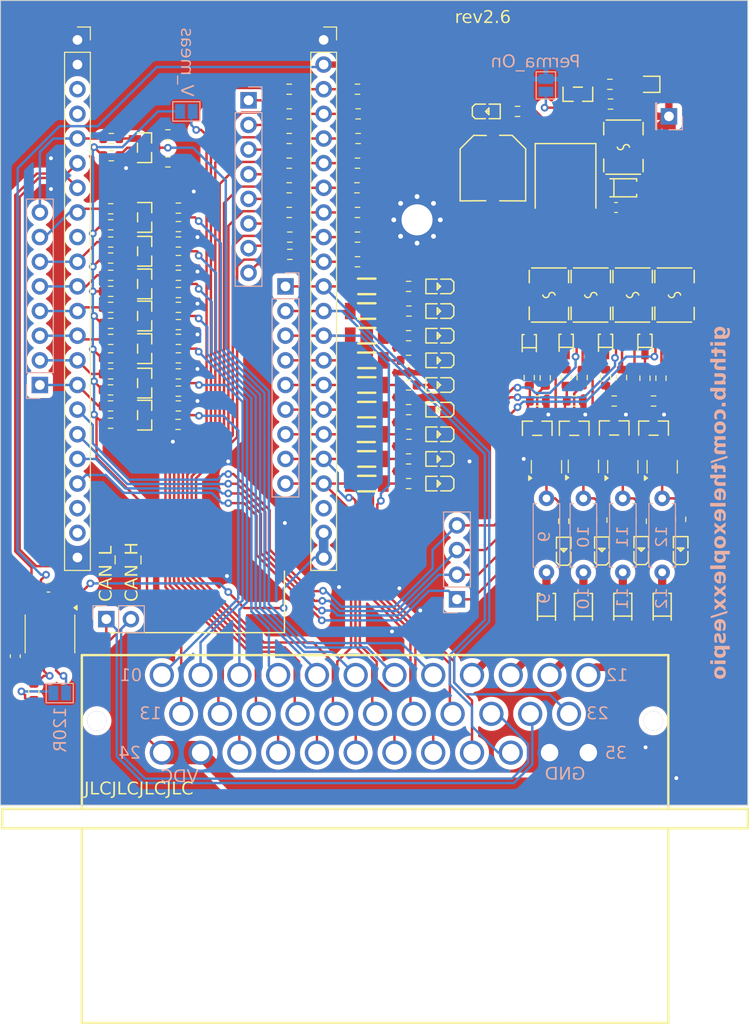
<source format=kicad_pcb>
(kicad_pcb (version 20241229) (generator "pcbnew") (generator_version "9.0")
  (layers (0 "F.Cu" signal) (2 "B.Cu" signal) (13 "F.Paste" user) (15 "B.Paste" user) (5 "F.SilkS" user "F.Silkscreen") (7 "B.SilkS" user "B.Silkscreen") (1 "F.Mask" user) (3 "B.Mask" user) (25 "Edge.Cuts" user))
  (net 0 "")
  (net 1 "+3V3")
  (net 2 "GND")
  (net 3 "+5V")
  (net 4 "CAN_L")
  (net 5 "CAN_H")
  (net 6 "CAN_RX")
  (net 7 "CAN_TX")
  (net 8 "/powernode1/SN_IN")
  (net 9 "/pulldown7/IN")
  (net 10 "/pulldown8/IN")
  (net 11 "12V_OUT_4")
  (net 14 "/powernode2/SN_IN")
  (net 15 "12V_OUT_3")
  (net 17 "/powernode3/SN_IN")
  (net 18 "I_1")
  (net 19 "I_2")
  (net 20 "I_8")
  (net 21 "I_3")
  (net 22 "I_4")
  (net 23 "12V_OUT_2")
  (net 24 "/powernode4/SN_IN")
  (net 25 "12V_OUT_1")
  (net 26 "DIRECT_IN_2")
  (net 27 "DIRECT_IN_3")
  (net 28 "DIRECT_IN_4")
  (net 30 "DIRECT_IN_5")
  (net 31 "DIRECT_IN_6")
  (net 32 "DIRECT_IN_7")
  (net 33 "DIRECT_IN_8")
  (net 34 "DIRECT_IN_9")
  (net 36 "/pulldown3/IN")
  (net 37 "/pulldown2/IN")
  (net 38 "/pulldown5/IN")
  (net 39 "/pulldown4/IN")
  (net 40 "/pulldown1/IN")
  (net 41 "/pulldown6/IN")
  (net 42 "/v_div4/IN_MEAS")
  (net 43 "/v_div2/IN_MEAS")
  (net 44 "/v_div5/IN_MEAS")
  (net 45 "I_6")
  (net 47 "/v_div8/IN_MEAS")
  (net 48 "/v_div7/IN_MEAS")
  (net 49 "/v_div3/IN_MEAS")
  (net 50 "/v_div6/IN_MEAS")
  (net 51 "DIRECT_IN_1")
  (net 52 "/v_div1/IN_MEAS")
  (net 53 "I_5")
  (net 54 "I_7")
  (net 55 "PULLDOWN_1")
  (net 56 "PULLDOWN_2")
  (net 57 "PULLDOWN_3")
  (net 58 "PULLDOWN_4")
  (net 59 "PULLDOWN_5")
  (net 60 "PULLDOWN_6")
  (net 61 "Net-(U5-VIN)")
  (net 62 "Net-(D1-K)")
  (net 63 "Net-(D2-A)")
  (net 64 "Net-(D3-A)")
  (net 65 "Net-(D4-K)")
  (net 66 "Net-(D5-A)")
  (net 67 "Net-(D6-K)")
  (net 68 "Net-(D7-K)")
  (net 69 "Net-(D8-A)")
  (net 70 "Net-(D9-K)")
  (net 71 "Net-(D10-A)")
  (net 72 "Net-(D11-A)")
  (net 73 "Net-(D12-A)")
  (net 74 "Net-(D13-A)")
  (net 75 "Net-(D14-A)")
  (net 76 "Net-(D15-A)")
  (net 77 "Net-(D16-A)")
  (net 78 "Net-(D17-A)")
  (net 79 "Net-(D18-A)")
  (net 80 "Net-(D19-A)")
  (net 81 "Net-(Q4-S)")
  (net 82 "Net-(Q8-S)")
  (net 83 "Net-(Q11-S)")
  (net 84 "Net-(Q15-S)")
  (net 85 "Net-(JP1-B)")
  (net 86 "Net-(JP3-B)")
  (net 87 "Net-(LED1-A)")
  (net 88 "Net-(LED2-A)")
  (net 89 "Net-(LED3-A)")
  (net 90 "Net-(LED4-A)")
  (net 91 "Net-(LED5-A)")
  (net 92 "Net-(LED6-A)")
  (net 93 "Net-(LED7-A)")
  (net 94 "Net-(LED8-A)")
  (net 95 "Net-(LED9-A)")
  (net 96 "Net-(LED10-A)")
  (net 97 "Net-(LED11-A)")
  (net 98 "Net-(LED12-A)")
  (net 99 "Net-(LED13-A)")
  (net 100 "Net-(LED14-A)")
  (net 101 "Net-(Q1-B)")
  (net 102 "Net-(Q2-C)")
  (net 103 "Net-(Q2-B)")
  (net 104 "Net-(Q4-D)")
  (net 105 "Net-(Q6-C)")
  (net 106 "Net-(Q6-B)")
  (net 107 "Net-(Q8-D)")
  (net 108 "Net-(Q11-G)")
  (net 109 "Net-(Q9-B)")
  (net 110 "Net-(Q11-D)")
  (net 111 "Net-(Q14-B)")
  (net 112 "Net-(Q14-C)")
  (net 113 "Net-(Q15-D)")
  (net 115 "Net-(Q3-E)")
  (net 116 "Net-(Q3-B)")
  (net 117 "Net-(Q5-B)")
  (net 118 "Net-(Q5-E)")
  (net 119 "Net-(Q7-E)")
  (net 120 "Net-(Q7-B)")
  (net 121 "Net-(Q10-E)")
  (net 122 "Net-(Q10-B)")
  (net 123 "Net-(Q12-E)")
  (net 124 "Net-(Q12-B)")
  (net 125 "Net-(Q13-B)")
  (net 126 "Net-(Q13-E)")
  (net 127 "VDC")
  (net 128 "PULLDOWN_7")
  (net 129 "Net-(Q16-E)")
  (net 130 "Net-(Q16-B)")
  (net 131 "Net-(Q17-B)")
  (net 132 "PULLDOWN_8")
  (net 133 "Net-(Q17-E)")
  (footprint "Resistor_SMD:R_0603_1608Metric" (layer "F.Cu") (at 111.316 132.588 180)
    (property "Reference" "R60" (hide yes))
    (property "Value" "1k" (hide yes))
  )
  (footprint "Resistor_SMD:R_0603_1608Metric" (layer "F.Cu") (at 132.524 126.619 180)
    (property "Reference" "R9" (hide yes))
    (property "Value" "10k" (hide yes))
  )
  (footprint "Resistor_SMD:R_0603_1608Metric" (layer "F.Cu") (at 87.567 120.269 180)
    (property "Reference" "R66" (hide yes))
    (property "Value" "10k" (hide yes))
  )
  (footprint "lcsc:LL-34_L3.5-W1.5-RD" (layer "F.Cu") (at 106.998 122.428)
    (property "Reference" "D14" (hide yes))
    (property "Value" "BZV55-C3V6,115" (hide yes))
  )
  (footprint "Resistor_SMD:R_0603_1608Metric" (layer "F.Cu") (at 80.582 113.665)
    (property "Reference" "R71" (hide yes))
    (property "Value" "10k" (hide yes))
  )
  (footprint "lcsc:SOD-123_L2.7-W1.6-LS3.7-RD" (layer "F.Cu") (at 137.477 147.817 90)
    (property "Reference" "D3" (hide yes))
    (property "Value" "1N5819HW-7-F" (hide yes))
  )
  (footprint "Resistor_SMD:R_0603_1608Metric" (layer "F.Cu") (at 98.997 99.568)
    (property "Reference" "R21" (hide yes))
    (property "Value" "3k" (hide yes))
  )
  (footprint "Resistor_SMD:R_0603_1608Metric" (layer "F.Cu") (at 80.582 115.316 180)
    (property "Reference" "R48" (hide yes))
    (property "Value" "100k" (hide yes))
  )
  (footprint "lcsc:CAP-SMD_BD6.3-L6.6-W6.6-FD" (layer "F.Cu") (at 120.015 102.619 -90)
    (property "Reference" "C3" (hide yes))
    (property "Value" "c=2.2uF" (hide yes))
  )
  (footprint "lcsc:LED0603-RD" (layer "F.Cu") (at 139.382 141.986 90)
    (property "Reference" "LED6" (hide yes))
    (property "Value" "~" (hide yes))
  )
  (footprint "lcsc:CONN-TH_35P-P4.00_K776180WR-2" (layer "F.Cu") (at 107.858 158.854)
    (property "Reference" "U6" (hide yes))
    (property "Value" "14.4" (hide yes))
  )
  (footprint "lcsc:LL-34_L3.5-W1.5-RD" (layer "F.Cu") (at 106.998 119.888)
    (property "Reference" "D13" (hide yes))
    (property "Value" "BZV55-C3V6,115" (hide yes))
  )
  (footprint "Resistor_SMD:R_0603_1608Metric" (layer "F.Cu") (at 87.567 118.745 180)
    (property "Reference" "R67" (hide yes))
    (property "Value" "1k5" (hide yes))
  )
  (footprint "Resistor_SMD:R_0603_1608Metric" (layer "F.Cu") (at 87.567 112.141 180)
    (property "Reference" "R64" (hide yes))
    (property "Value" "1k5" (hide yes))
  )
  (footprint "lcsc:LED0603-RD" (layer "F.Cu") (at 114.491 114.808 180)
    (property "Reference" "LED2" (hide yes))
    (property "Value" "~" (hide yes))
  )
  (footprint "lcsc:SOT-23-3_L2.9-W1.3-P1.90-LS2.4-BR" (layer "F.Cu") (at 84.09 124.775 180)
    (property "Reference" "Q16" (hide yes))
    (property "Value" "2SC1623 300-400" (hide yes))
  )
  (footprint "Resistor_SMD:R_0603_1608Metric" (layer "F.Cu") (at 111.316 124.968 180)
    (property "Reference" "R57" (hide yes))
    (property "Value" "1k" (hide yes))
  )
  (footprint "Resistor_SMD:R_0603_1608Metric" (layer "F.Cu") (at 135.318 139.001 90)
    (property "Reference" "R11" (hide yes))
    (property "Value" "6k8" (hide yes))
  )
  (footprint "lcsc:SOT-23-3_L2.9-W1.3-P1.90-LS2.4-BR" (layer "F.Cu") (at 128.399 129.429 -90)
    (property "Reference" "Q9" (hide yes))
    (property "Value" "2SC1623 300-400" (hide yes))
  )
  (footprint "Resistor_SMD:R_0603_1608Metric" (layer "F.Cu") (at 80.645 99.568)
    (property "Reference" "R46" (hide yes))
    (property "Value" "10k")
  )
  (footprint "Resistor_SMD:R_0603_1608Metric" (layer "F.Cu") (at 80.5688 128.905 180)
    (property "Reference" "R80" (hide yes))
    (property "Value" "100k" (hide yes))
  )
  (footprint "Resistor_SMD:R_0603_1608Metric" (layer "F.Cu") (at 111.316 119.888 180)
    (property "Reference" "R55" (hide yes))
    (property "Value" "1k" (hide yes))
  )
  (footprint "Resistor_SMD:R_0603_1608Metric" (layer "F.Cu") (at 98.997 102.108)
    (property "Reference" "R23" (hide yes))
    (property "Value" "3k" (hide yes))
  )
  (footprint "Resistor_SMD:R_0603_1608Metric" (layer "F.Cu") (at 132.08 93.983 180)
    (property "Reference" "R3" (hide yes))
    (property "Value" "1k" (hide yes))
  )
  (footprint "Resistor_SMD:R_0603_1608Metric" (layer "F.Cu") (at 87.567 115.443 180)
    (property "Reference" "R65" (hide yes))
    (property "Value" "1k5" (hide yes))
  )
  (footprint "Resistor_SMD:R_0603_1608Metric" (layer "F.Cu") (at 80.582 118.618 180)
    (property "Reference" "R49" (hide yes))
    (property "Value" "100k" (hide yes))
  )
  (footprint "Resistor_SMD:R_0603_1608Metric" (layer "F.Cu") (at 131.635 124.206 -90)
    (property "Reference" "R8" (hide yes))
    (property "Value" "10k" (hide yes))
  )
  (footprint "lcsc:SOT-23-3_L2.9-W1.3-P1.90-LS2.4-BR" (layer "F.Cu") (at 132.524 129.397 -90)
    (property "Reference" "Q6" (hide yes))
    (property "Value" "2SC1623 300-400" (hide yes))
  )
  (footprint "Connector_PinSocket_2.54mm:PinSocket_1x22_P2.54mm_Vertical" (layer "F.Cu") (at 77.155 89.408)
    (property "Reference" "U3" (hide yes))
    (property "Value" "~" (hide yes))
  )
  (footprint "MountingHole:MountingHole_3.2mm_M3_Pad_Via" (layer "F.Cu") (at 112.187056 107.95)
    (property "Reference" "REF**" (hide yes))
    (property "Value" "MountingHole_3.2mm_M3_Pad_Via" (hide yes))
  )
  (footprint "lcsc:SOD-323_L1.8-W1.3-LS2.5-RD" (layer "F.Cu") (at 127.571 120.65 90)
    (property "Reference" "D7" (hide yes))
    (property "Value" "CUS10S30,H3F" (hide yes))
  )
  (footprint "Resistor_SMD:R_0603_1608Metric" (layer "F.Cu") (at 111.354 130.048 180)
    (property "Reference" "R59" (hide yes))
    (property "Value" "1k" (hide yes))
  )
  (footprint "Resistor_SMD:R_0603_1608Metric" (layer "F.Cu") (at 136.588 126.619 180)
    (property "Reference" "R4" (hide yes))
    (property "Value" "10k" (hide yes))
  )
  (footprint "lcsc:SOT-23-3_L2.9-W1.3-P1.90-LS2.4-BR" (layer "F.Cu") (at 84.09 121.224 180)
    (property "Reference" "Q13" (hide yes))
    (property "Value" "2SC1623 300-400" (hide yes))
  )
  (footprint "lcsc:LED0603-RD" (layer "F.Cu") (at 127.317 142.05 90)
    (property "Reference" "LED9" (hide yes))
    (property "Value" "~" (hide yes))
  )
  (footprint "lcsc:SOD-123_L2.7-W1.6-LS3.7-RD" (layer "F.Cu") (at 133.413 147.817 90)
    (property "Reference" "D5" (hide yes))
    (property "Value" "1N5819HW-7-F" (hide yes))
  )
  (footprint "Resistor_SMD:R_0603_1608Metric" (layer "F.Cu") (at 87.567 106.741 180)
    (property "Reference" "R43" (hide yes))
    (property "Value" "10k" (hide yes))
  )
  (footprint "Resistor_SMD:R_0603_1608Metric" (layer "F.Cu") (at 106.045 109.728)
    (property "Reference" "R34" (hide yes))
    (property "Value" "750" (hide yes))
  )
  (footprint "lcsc:SOD-80_L3.5-W1.5-RD" (layer "F.Cu") (at 136.398 93.983 180)
    (property "Reference" "D2" (hide yes))
    (property "Value" "BZV55C12" (hide yes))
  )
  (footprint "Resistor_SMD:R_0603_1608Metric" (layer "F.Cu") (at 80.582 122.174 180)
    (property "Reference" "R51" (hide yes))
    (property "Value" "100k" (hide yes))
  )
  (footprint "lcsc:SOD-323_L1.8-W1.3-LS2.5-RD" (layer "F.Cu") (at 131.635 120.65 90)
    (property "Reference" "D4" (hide yes))
    (property "Value" "CUS10S30,H3F" (hide yes))
  )
  (footprint "lcsc:SOT-23-3_L2.9-W1.3-P1.90-LS2.4-BR" (layer "F.Cu") (at 84.09 117.856 180)
    (property "Reference" "Q12" (hide yes))
    (property "Value" "2SC1623 300-400" (hide yes))
  )
  (footprint "lcsc:SOD-123_L2.7-W1.6-LS3.7-RD" (layer "F.Cu") (at 133.466 104.648)
    (property "Reference" "D6" (hide yes))
    (property "Value" "1N5819HW-7-F" (hide yes))
  )
  (footprint "Resistor_SMD:R_0603_1608Metric" (layer "F.Cu") (at 111.316 135.128 180)
    (property "Reference" "R61" (hide yes))
    (property "Value" "1k" (hide yes))
  )
  (footprint "Resistor_SMD:R_0603_1608Metric" (layer "F.Cu") (at 80.582 110.236)
    (property "Reference" "R70" (hide yes))
    (property "Value" "10k" (hide yes))
  )
  (footprint "Resistor_SMD:R_0603_1608Metric" (layer "F.Cu") (at 111.316 122.428 180)
    (property "Reference" "R56" (hide yes))
    (property "Value" "1k" (hide yes))
  )
  (footprint "lcsc:PPAK-5_L6.5-W6.1-P1.27-LS10.0-TL" (layer "F.Cu") (at 127.508 102.002 -90)
    (property "Reference" "U5" (hide yes))
    (property "Value" "LF50CPT-TR" (hide yes))
  )
  (footprint "lcsc:LED0603-RD" (layer "F.Cu") (at 114.491 117.348 180)
    (property "Reference" "LED3" (hide yes))
    (property "Value" "~" (hide yes))
  )
  (footprint "Resistor_SMD:R_0603_1608Metric" (layer "F.Cu") (at 129.222 124.206 90)
    (property "Reference" "R19" (hide yes))
    (property "Value" "10k" (hide yes))
  )
  (footprint "lcsc:SOD-323_L1.8-W1.3-LS2.5-RD" (layer "F.Cu") (at 123.761 120.686 90)
    (property "Reference" "D9" (hide yes))
    (property "Value" "CUS10S30,H3F" (hide yes))
  )
  (footprint "lcsc:LL-34_L3.5-W1.5-RD" (layer "F.Cu") (at 106.998 114.808)
    (property "Reference" "D11" (hide yes))
    (property "Value" "BZV55-C3V6,115" (hide yes))
  )
  (footprint "lcsc:F1812" (layer "F.Cu") (at 130.111 115.697 90)
    (property "Reference" "F3" (hide yes))
    (property "Value" "1812L110/33MR" (hide yes))
  )
  (footprint "lcsc:SOT-23-3_L2.9-W1.3-P1.90-LS2.4-BR" (layer "F.Cu") (at 84.09 114.554 180)
    (property "Reference" "Q10" (hide yes))
    (property "Value" "2SC1623 300-400" (hide yes))
  )
  (footprint "Resistor_SMD:R_0603_1608Metric" (layer "F.Cu") (at 137.35 124.269 90)
    (property "Reference" "R5" (hide yes))
    (property "Value" "10k" (hide yes))
  )
  (footprint "Package_SO:SOIC-8_3.9x4.9mm_P1.27mm" (layer "F.Cu") (at 74.320999 150.62 -90)
    (property "Reference" "U1" (hide yes))
    (property "Value" "MCP2562-E-SN" (hide yes))
  )
  (footprint "Resistor_SMD:R_0603_1608Metric" (layer "F.Cu") (at 122.555 96.774)
    (property "Reference" "R44" (hide yes))
    (property "Value" "1k" (hide yes))
  )
  (footprint "Resistor_SMD:R_0603_1608Metric" (layer "F.Cu") (at 127.317 139.002 90)
    (property "Reference" "R37" (hide yes))
    (property "Value" "6k8" (hide yes))
  )
  (footprint "Connector_PinSocket_2.54mm:PinSocket_1x22_P2.54mm_Vertical" (layer "F.Cu") (at 102.553 89.408)
    (property "Reference" "U2" (hide yes))
    (property "Value" "~" (hide yes))
  )
  (footprint "lcsc:SOD-123_L2.7-W1.6-LS3.7-RD" (layer "F.Cu") (at 129.349 147.828 90)
    (property "Reference" "D8" (hide yes))
    (property "Value" "1N5819HW-7-F" (hide yes))
  )
  (footprint "lcsc:LED0603-RD" (layer "F.Cu") (at 114.491 135.128 180)
    (property "Reference" "LED14" (hide yes))
    (property "Value" "~" (hide yes))
  )
  (footprint "lcsc:LED0603-RD" (layer "F.Cu") (at 114.491 124.968 180)
    (property "Reference" "LED10" (hide yes))
    (property "Value" "~" (hide yes))
  )
  (footprint "Resistor_SMD:R_0603_1608Metric" (layer "F.Cu") (at 105.982 104.648)
    (property "Reference" "R26" (hide yes))
    (property "Value" "750" (hide yes))
  )
  (footprint "Resistor_SMD:R_0603_1608Metric" (layer "F.Cu") (at 87.567 113.665 180)
    (property "Reference" "R50" (hide yes))
    (property "Value" "10k" (hide yes))
  )
  (footprint "Resistor_SMD:R_0603_1608Metric" (layer "F.Cu") (at 80.582 111.887 180)
    (property "Reference" "R45" (hide yes))
    (property "Value" "100k" (hide yes))
  )
  (footprint "lcsc:LED0603-RD" (layer "F.Cu") (at 114.491 130.048 180)
    (property "Reference" "LED12" (hide yes))
    (property "Value" "~" (hide yes))
  )
  (footprint "Resistor_SMD:R_0603_1608Metric" (layer "F.Cu") (at 87.566 127.127 180)
    (property "Reference" "R79" (hide yes))
    (property "Value" "10k" (hide yes))
  )
  (footprint "Resistor_SMD:R_0603_1608Metric" (layer "F.Cu") (at 86.487 99.187 180)
    (property "Reference" "R40" (hide yes))
    (property "Value" "10k" (hide yes))
  )
  (footprint "Resistor_SMD:R_0603_1608Metric" (layer "F.Cu") (at 111.316 127.508 180)
    (property "Reference" "R58" (hide yes))
    (property "Value" "1k" (hide yes))
  )
  (footprint "lcsc:F1812" (layer "F.Cu") (at 134.429 115.697 90)
    (property "Reference" "F2" (hide yes))
    (property "Value" "1812L110/33MR" (hide yes))
  )
  (footprint "lcsc:F1812" (layer "F.Cu") (at 125.793 115.697 90)
    (property "Reference" "F4" (hide yes))
    (property "Value" "1812L110/33MR" (hide yes))
  )
  (footprint "lcsc:SOT-23-3_L2.9-W1.3-P1.90-LS2.4-BR" (layer "F.Cu") (at 124.584 129.429 -90)
    (property "Reference" "Q14" (hide yes))
    (property "Value" "2SC1623 300-400" (hide yes))
  )
  (footprint "Resistor_SMD:R_0603_1608Metric" (layer "F.Cu") (at 98.997 107.188)
    (property "Reference" "R27" (hide yes))
    (property "Value" "3k" (hide yes))
  )
  (footprint "lcsc:SOT-23-3_L2.9-W1.3-P1.90-LS2.4-BR" (layer "F.Cu") (at 84.09 107.696 180)
    (property "Reference" "Q5" (hide yes))
    (property "Value" "2SC1623 300-400" (hide yes))
  )
  (footprint "Resistor_SMD:R_0603_1608Metric" (layer "F.Cu") (at 106.109 97.028)
    (property "Reference" "R17" (hide yes))
    (property "Value" "750" (hide yes))
  )
  (footprint "lcsc:LED0603-RD" (layer "F.Cu") (at 119.38 96.774)
    (property "Reference" "LED1" (hide yes))
    (property "Value" "~" (hide yes))
  )
  (footprint "Resistor_SMD:R_0603_1608Metric" (layer "F.Cu") (at 106.045 94.488)
    (property "Reference" "R15" (hide yes))
    (property "Value" "750" (hide yes))
  )
  (footprint "Resistor_SMD:R_0603_1608Metric" (layer "F.Cu") (at 80.581 123.825)
    (property "Reference" "R74" (hide yes))
    (property "Value" "10k" (hide yes))
  )
  (footprint "Package_TO_SOT_SMD:SOT-23" (layer "F.Cu") (at 137.477 133.3985 90)
    (property "Reference" "Q4" (hide yes))
    (property "Value" "IRLML6402" (hide yes))
  )
  (footprint "lcsc:LL-34_L3.5-W1.5-RD" (layer "F.Cu") (at 106.998 135.128)
    (property "Reference" "D19" (hide yes))
    (property "Value" "BZV55-C3V6,115" (hide yes))
  )
  (footprint "lcsc:F1812" (layer "F.Cu") (at 138.747 115.697 90)
    (property "Reference" "F1" (hide yes))
    (property "Value" "1812L110/33MR" (hide yes))
  )
  (footprint "lcsc:LL-34_L3.5-W1.5-RD" (layer "F.Cu") (at 106.998 132.588)
    (property "Reference" "D18" (hide yes))
    (property "Value" "BZV55-C3V6,115" (hide yes))
  )
  (footprint "lcsc:LL-34_L3.5-W1.5-RD" (layer "F.Cu") (at 106.998 117.348)
    (property "Reference" "D12" (hide yes))
    (property "Value" "BZV55-C3V6,115" (hide yes))
  )
  (footprint "Package_TO_SOT_SMD:SOT-23" (layer "F.Cu") (at 133.413 133.3985 90)
    (property "Reference" "Q8" (hide yes))
    (property "Value" "IRLML6402" (hide yes))
  )
  (footprint "Resistor_SMD:R_0603_1608Metric" (layer "F.Cu") (at 80.582 106.807)
    (property "Reference" "R69" (hide yes))
    (property "Value" "10k" (hide yes))
  )
  (footprint "Resistor_SMD:R_0603_1608Metric" (layer "F.Cu") (at 127.571 124.206 -90)
    (property "Reference" "R16" (hide yes))
    (property "Value" "10k" (hide yes))
  )
  (footprint "Capacitor_SMD:C_0603_1608Metric" (layer "F.Cu") (at 132.715 106.68)
    (property "Reference" "C4" (hide yes))
    (property "Value" "0.1u" (hide yes))
  )
  (footprint "Resistor_SMD:R_0603_1608Metric" (layer "F.Cu") (at 111.354 117.348 180)
    (property "Reference" "R54" (hide yes))
    (property "Value" "1k" (hide yes))
  )
  (footprint "Resistor_SMD:R_0603_1608Metric" (layer "F.Cu") (at 133.286 124.206 90)
    (property "Reference" "R10" (hide yes))
    (property "Value" "10k" (hide yes))
  )
  (footprint "Resistor_SMD:R_0603_1608Metric" (layer "F.Cu") (at 87.566 123.825 180)
    (property "Reference" "R75" (hide yes))
    (property "Value" "10k" (hide yes))
  )
  (footprint "Resistor_SMD:R_0603_1608Metric" (layer "F.Cu") (at 80.582 108.458 180)
    (property "Reference" "R42" (hide yes))
    (property "Value" "100k" (hide yes))
  )
  (footprint "Resistor_SMD:R_0603_1608Metric" (layer "F.Cu") (at 135.699 124.269 -90)
    (property "Reference" "R1" (hide yes))
    (property "Value" "10k" (hide yes))
  )
  (footprint "lcsc:LL-34_L3.5-W1.5-RD" (layer "F.Cu") (at 106.949 130.048)
    (property "Reference" "D17" (hide yes))
    (property "Value" "BZV55-C3V6,115" (hide yes))
  )
  (footprint "Resistor_SMD:R_0603_1608Metric" (layer "F.Cu") (at 87.567 110.236 180)
    (property "Reference" "R47" (hide yes))
    (property "Value" "10k" (hide yes))
  )
  (footprint "lcsc:LED0603-RD" (layer "F.Cu") (at 135.318 141.986 90)
    (property "Reference" "LED7" (hide yes))
    (property "Value" "~")
  )
  (footprint "lcsc:LED0603-RD" (layer "F.Cu") (at 114.491 127.508 180)
    (property "Reference" "LED11" (hide yes))
    (property "Value" "~" (hide yes))
  )
  (footprint "Resistor_SMD:R_0603_1608Metric" (layer "F.Cu") (at 99.061 109.728)
    (property "Reference" "R33" (hide yes))
    (property "Value" "3k" (hide yes))
  )
  (footprint "Resistor_SMD:R_0603_1608Metric" (layer "F.Cu") (at 87.567 122.174 180)
    (property "Reference" "R68" (hide yes))
    (property "Value" "1k5" (hide yes))
  )
  (footprint "Resistor_SMD:R_0603_1608Metric" (layer "F.Cu") (at 139.382 138.811 90)
    (property "Reference" "R6" (hide yes))
    (property "Value" "6k8" (hide yes))
  )
  (footprint "Capacitor_SMD:C_0603_1608Metric" (layer "F.Cu") (at 70.739 152.908 90)
    (property "Reference" "C1" (hide yes))
    (property "Value" "0.1uF" (hide yes))
  )
  (footprint "Resistor_SMD:R_0603_1608Metric" (layer "F.Cu") (at 128.46 126.619 180)
    (property "Reference" "R18" (hide yes))
    (property "Value" "10k" (hide yes))
  )
  (footprint "lcsc:SOT-23-3_L2.9-W1.3-P1.90-LS2.4-BR" (layer "F.Cu") (at 128.778 95.004 90)
    (property "Reference" "Q1" (hide yes))
    (property "Value" "2SC1623 300-400" (hide yes))
  )
  (footprint "lcsc:SOT-23-3_L2.9-W1.3-P1.90-LS2.4-BR" (layer "F.Cu") (at 84.089 128.077 180)
    (property "Reference" "Q17" (hide yes))
    (property "Value" "2SC1623 300-400" (hide yes))
  )
  (footprint "Resistor_SMD:R_0603_1608Metric" (layer "F.Cu") (at 80.645 101.346 180)
    (property "Reference" "R39" (hide yes))
    (property "Value" "100k" (hide yes))
  )
  (footprint "Resistor_SMD:R_0603_1608Metric" (layer "F.Cu") (at 87.534 129.032 180)
    (property "Reference" "R81" (hide yes))
    (property "Value" "1k5" (hide yes))
  )
  (footprint "lcsc:LL-34_L3.5-W1.5-RD" (layer "F.Cu") (at 106.998 127.508)
    (property "Reference" "D16" (hide yes))
    (property "Value" "BZV55-C3V6,115" (hide yes))
  )
  (footprint "Resistor_SMD:R_0603_1608Metric" (layer "F.Cu") (at 99.061 111.506)
    (property "Reference" "R35" (hide yes))
    (property "Value" "3k" (hide yes))
  )
  (footprint "Resistor_SMD:R_0603_1608Metric" (layer "F.Cu") (at 111.316 114.808 180)
    (property "Reference" "R53" (hide yes))
    (property "Value" "1k" (hide yes))
  )
  (footprint "Resistor_SMD:R_0603_1608Metric" (layer "F.Cu") (at 87.566 125.603 180)
    (property "Reference" "R77" (hide yes))
    (property "Value" "1k5" (hide yes))
  )
  (footprint "Resistor_SMD:R_0603_1608Metric" (layer "F.Cu") (at 124.65 126.619 180)
    (property "Reference" "R31" (hide yes))
    (property "Value" "10k" (hide yes))
  )
  (footprint "Resistor_SMD:R_0603_1608Metric" (layer "F.Cu") (at 98.997 97.028)
    (property "Reference" "R12" (hide yes))
    (property "Value" "3k" (hide yes))
  )
  (footprint "Resistor_SMD:R_0603_1608Metric" (layer "F.Cu") (at 125.412 124.233 90)
    (property "Reference" "R32" (hide yes))
    (property "Value" "10k" (hide yes))
  )
  (footprint "lcsc:SOT-23-3_L2.9-W1.3-P1.90-LS2.4-BR" (layer "F.Cu") (at 136.588 129.413 -90)
    (property "Reference" "Q2" (hide yes))
    (property "Value" "2SC1623 300-400" (hide yes))
  )
  (footprint "Resistor_SMD:R_0603_1608Metric" (layer "F.Cu") (at 132.143 96.02 180)
    (property "Reference" "R2" (hide yes))
    (property "Value" "6k8" (hide yes))
  )
  (footprint "Resistor_SMD:R_0603_1608Metric" (layer "F.Cu") (at 106.045 102.108)
    (property "Reference" "R24" (hide yes))
    (property "Value" "750" (hide yes))
  )
  (footprint "Resistor_SMD:R_0603_1608Metric" (layer "F.Cu") (at 80.582 116.967)
    (property "Reference" "R72" (hide yes))
    (property "Value" "10k" (hide yes))
  )
  (footprint "Resistor_SMD:R_0603_1608Metric" (layer "F.Cu") (at 106.109 99.568)
    (property "Reference" "R22" (hide yes))
    (property "Value" "750" (hide yes))
  )
  (footprint "Resistor_SMD:R_0603_1608Metric" (layer "F.Cu") (at 98.997 94.488)
    (property "Reference" "R14" (hide yes))
    (property "Value" "3k" (hide yes))
  )
  (footprint "Resistor_SMD:R_0603_1608Metric" (layer "F.Cu") (at 80.5688 125.476 180)
    (property "Reference" "R76" (hide yes))
    (property "Value" "100k" (hide yes))
  )
  (footprint "lcsc:SOD-123_L2.7-W1.6-LS3.7-RD" (layer "F.Cu") (at 125.539 147.828 90)
    (property "Reference" "D10" (hide yes))
    (property "Value" "1N5819HW-7-F" (hide yes))
  )
  (footprint "lcsc:LED0603-RD" (layer "F.Cu") (at 131.254 142.024 90)
    (property "Reference" "LED8" (hide yes))
    (property "Value" "~" (hide yes))
  )
  (footprint "lcsc:LED0603-RD" (layer "F.Cu") (at 114.491 122.428 180)
    (property "Reference" "LED5" (hide yes))
    (property "Value" "~" (hide yes))
  )
  (footprint "Resistor_SMD:R_0603_1608Metric" (layer "F.Cu") (at 80.5688 127.127)
    (property "Reference" "R78" (hide yes))
    (property "Value" "10k" (hide yes))
  )
  (footprint "Resistor_SMD:R_0603_1608Metric" (layer "F.Cu") (at 123.761 124.206 -90)
    (property "Reference" "R30" (hide yes))
    (property "Value" "10k" (hide yes))
  )
  (footprint "lcsc:F1812" (layer "F.Cu") (at 133.477 100.457 90)
    (property "Reference" "F5" (hide yes))
    (property "Value" "1812L050/30PR" (hide yes))
  )
  (footprint "lcsc:SOT-23-3_L2.9-W1.3-P1.90-LS2.4-BR" (layer "F.Cu") (at 84.074 100.518 180)
    (property "Reference" "Q3" (hide yes))
    (property "Value" "2SC1623 300-400" (hide yes))
  )
  (footprint "Resistor_SMD:R_0603_1608Metric" (layer "F.Cu") (at 80.582 120.269)
    (property "Reference" "R73" (hide yes))
    (property "Value" "10k" (hide yes))
  )
  (footprint "Resistor_SMD:R_0603_1608Metric" (layer "F.Cu") (at 98.997 104.648)
    (property "Reference" "R25" (hide yes))
    (property "Value" "3k" (hide yes))
  )
  (footprint "Resistor_SMD:R_0603_1608Metric" (layer "F.Cu") (at 87.567 108.646 180)
    (property "Reference" "R52" (hide yes))
    (property "Value" "1k5" (hide yes))
  )
  (footprint "lcsc:LL-34_L3.5-W1.5-RD" (layer "F.Cu") (at 106.998 124.968)
    (property "Reference" "D15" (hide yes))
    (property "Value" "BZV55-C3V6,115" (hide yes))
  )
  (footprint "Resistor_SMD:R_0603_1608Metric" (layer "F.Cu") (at 87.567 116.967 180)
    (property "Reference" "R62" (hide yes))
    (property "Value" "10k" (hide yes))
  )
  (footprint "Resistor_SMD:R_0603_1608Metric" (layer "F.Cu") (at 86.487 101.981 180)
    (property "Reference" "R41" (hide yes))
    (property "Value" "1k5" (hide yes))
  )
  (footprint "Resistor_SMD:R_0603_1608Metric" (layer "F.Cu") (at 131.254 138.885 90)
    (property "Reference" "R20" (hide yes))
    (property "Value" "6k8" (hide yes))
  )
  (footprint "Capacitor_SMD:C_0603_1608Metric" (layer "F.Cu") (at 74.168 145.796)
    (property "Reference" "C2" (hide yes))
    (property "Value" "0.1uF" (hide yes))
  )
  (footprint "lcsc:SOD-323_L1.8-W1.3-LS2.5-RD" (layer "F.Cu") (at 135.699 120.65 90)
    (property "Reference" "D1" (hide yes))
    (property "Value" "CUS10S30,H3F" (hide yes))
  )
  (footprint "Resistor_SMD:R_0603_1608Metric" (layer "F.Cu") (at 106.045 107.188)
    (property "Reference" "R28" (hide yes))
    (property "Value" "750" (hide yes))
  )
  (footprint "lcsc:SOT-23-3_L2.9-W1.3-P1.90-LS2.4-BR" (layer "F.Cu") (at 84.09 111.186 180)
    (property "Reference" "Q7" (hide yes))
    (property "Value" "2SC1623 300-400" (hide yes))
  )
  (footprint "lcsc:LED0603-RD" (layer "F.Cu") (at 114.491 119.888 180)
    (property "Reference" "LED4" (hide yes))
    (property "Value" "~" (hide yes))
  )
  (footprint "lcsc:LED0603-RD" (layer "F.Cu") (at 114.491 132.588 180)
    (property "Reference" "LED13" (hide yes))
    (property "Value" "~" (hide yes))
  )
  (footprint "Package_TO_SOT_SMD:SOT-23" (layer "F.Cu") (at 125.539 133.3985 90)
    (property "Reference" "Q15" (hide yes))
    (property "Value" "IRLML6402" (hide yes))
  )
  (footprint "Resistor_SMD:R_0603_1608Metric" (layer "F.Cu") (at 106.046 112.268)
    (property "Reference" "R36" (hide yes))
    (property "Value" "750" (hide yes))
  )
  (footprint "Resistor_SMD:R_0603_1608Metric" (layer "F.Cu") (at 72.659999 156.589 90)
    (property "Reference" "R63" (hide yes))
    (property "Value" "120R" (hide yes))
  )
  (footprint "Package_TO_SOT_SMD:SOT-23" (layer "F.Cu") (at 129.349 133.35 90)
    (property "Reference" "Q11" (hide yes))
    (property "Value" "IRLML6402" (hide yes))
  )
  (footprint "Resistor_THT:R_Axial_DIN0207_L6.3mm_D2.5mm_P7.62mm_Horizontal" (layer "B.Cu") (at 137.477 144.272 90)
    (property "Reference" "R7" (hide yes))
    (property "Value" "r=15" (hide yes))
  )
  (footprint "Connector_PinHeader_2.54mm:PinHeader_1x08_P2.54mm_Vertical" (layer "B.Cu") (at 73.279 124.968)
    (property "Reference" "J2" (hide yes))
    (property "Value" "Conn_01x08" (hide yes))
  )
  (footprint "Connector_PinHeader_2.54mm:PinHeader_1x08_P2.54mm_Vertical" (layer "B.Cu") (at 94.806 95.631 180)
    (property "Reference" "J5" (hide yes))
    (property "Value" "Conn_01x08" (hide yes))
  )
  (footprint "Connector_PinHeader_2.54mm:PinHeader_1x04_P2.54mm_Vertical" (layer "B.Cu") (at 116.307 147.056)
    (property "Reference" "J6" (hide yes))
    (property "Value" "Conn_01x08" (hide yes))
  )
  (footprint "Resistor_THT:R_Axial_DIN0207_L6.3mm_D2.5mm_P7.62mm_Horizontal" (layer "B.Cu") (at 133.413 144.272 90)
    (property "Reference" "R13" (hide yes))
    (property "Value" "r=15" (hide yes))
  )
  (footprint "Jumper:SolderJumper-2_P1.3mm_Open_Pad1.0x1.5mm" (layer "B.Cu") (at 88.392 96.774 180)
    (property "Reference" "JP2" (hide yes))
    (property "Value" "VCC_as_Pin_8" (hide yes))
  )
  (footprint "Jumper:SolderJumper-2_P1.3mm_Open_Pad1.0x1.5mm" (layer "B.Cu") (at 75.326999 156.716 180)
    (property "Reference" "JP1" (hide yes))
    (property "Value" "Jumper_2_Open" (hide yes))
  )
  (footprint "Resistor_THT:R_Axial_DIN0207_L6.3mm_D2.5mm_P7.62mm_Horizontal" (layer "B.Cu") (at 125.539 144.272 90)
    (property "Reference" "R38" (hide yes))
    (property "Value" "r=15" (hide yes))
  )
  (footprint "Resistor_THT:R_Axial_DIN0207_L6.3mm_D2.5mm_P7.62mm_Horizontal" (layer "B.Cu") (at 129.349 144.272 90)
    (property "Reference" "R29" (hide yes))
    (property "Value" "r=15" (hide yes))
  )
  (footprint "Connector_PinHeader_2.54mm:PinHeader_1x02_P2.54mm_Vertical" (layer "B.Cu") (at 80.132 149.098 -90)
    (property "Reference" "J1" (hide yes))
    (property "Value" "Conn_Dbg_Header" (hide yes))
  )
  (footprint "Connector_PinHeader_2.54mm:PinHeader_1x09_P2.54mm_Vertical" (layer "B.Cu") (at 98.616 114.808 180)
    (property "Reference" "J3" (hide yes))
    (property "Value" "Conn_01x09" (hide yes))
  )
  (footprint "Connector_PinHeader_2.54mm:PinHeader_1x01_P2.54mm_Vertical" (layer "B.Cu") (at 138.176 97.285 90)
    (property "Reference" "J4" (hide yes))
    (property "Value" "Conn_01x01" (hide yes))
  )
  (footprint "Jumper:SolderJumper-2_P1.3mm_Open_Pad1.0x1.5mm" (layer "B.Cu") (at 125.476 94.092 -90)
    (property "Reference" "JP3" (hide yes))
    (property "Value" "Jumper_2_Open" (hide yes))
  )
  (gr_line (start 98.507 144.141) (end 98.507 150.491) (stroke (width 0.15)) (layer "F.SilkS"))
  (gr_line (start 98.507 150.491) (end 80.507 150.491) (stroke (width 0.15)) (layer "F.SilkS"))
  (gr_line (start 146.304 85.344) (end 69.215 85.344) (stroke (width 0.1)) (layer "Edge.Cuts"))
  (gr_line (start 69.215 85.344) (end 69.215 168.275) (stroke (width 0.1)) (layer "Edge.Cuts"))
  (gr_line (start 146.304 85.344) (end 146.31 168.271) (stroke (width 0.1)) (layer "Edge.Cuts"))
  (gr_line (start 146.31 168.275) (end 69.215 168.275) (stroke (width 0.1)) (layer "Edge.Cuts"))
  (gr_text "CAN_L" (at 80.899 147.32 90) (layer "F.SilkS") (effects (font (size 1.3 1.3)) (justify left bottom)))
  (gr_text "CAN_H" (at 83.566 147.32 90) (layer "F.SilkS") (effects (font (size 1.3 1.3)) (justify left bottom)))
  (gr_text "JLCJLCJLCJLC" (at 77.851 167.386 0) (layer "F.SilkS") (effects (font (size 1.3 1.3)) (justify left bottom)))
  (gr_text "rev2.6" (at 116.078 87.884 0) (layer "F.SilkS") (effects (font (size 1.3 1.3)) (justify left bottom)))
  (gr_text "github.com/thelexoplexx/espio" (at 144.272 118.872 90) (layer "B.SilkS") (effects (font (size 1.5 1.5) (thickness 0.3) (bold yes)) (justify left bottom mirror)))
  (gr_text " 9\n\n10\n\n11\n\n12" (at 138.176 145.796 90) (layer "B.SilkS") (effects (font (size 1.2 1.3)) (justify left bottom mirror)))
  (gr_text "24" (at 83.693 163.703 0) (layer "B.SilkS") (effects (font (size 1.3 1.3)) (justify left bottom mirror)))
  (gr_text "GND" (at 129.54 165.862 0) (layer "B.SilkS") (effects (font (size 1.3 1.3)) (justify left bottom mirror)))
  (gr_text "13" (at 85.852 159.639 0) (layer "B.SilkS") (effects (font (size 1.3 1.3)) (justify left bottom mirror)))
  (gr_text " 9\n\n10\n\n11\n\n12" (at 138.176 139.446 90) (layer "B.SilkS") (effects (font (size 1.2 1.3)) (justify left bottom mirror)))
  (gr_text "01" (at 83.82 155.702 0) (layer "B.SilkS") (effects (font (size 1.3 1.3)) (justify left bottom mirror)))
  (gr_text "120R" (at 76.2 158.115 90) (layer "B.SilkS") (effects (font (size 1.3 1.3)) (justify left bottom mirror)))
  (gr_text "V_meas\n" (at 87.63 95.25 270) (layer "B.SilkS") (effects (font (size 1.3 1.3)) (justify left bottom mirror)))
  (gr_text "VDC" (at 89.662 166.116 0) (layer "B.SilkS") (effects (font (size 1.3 1.3)) (justify left bottom mirror)))
  (gr_text "35" (at 133.858 163.703 0) (layer "B.SilkS") (effects (font (size 1.3 1.3)) (justify left bottom mirror)))
  (gr_text "Perma_On" (at 129.032 92.456 0) (layer "B.SilkS") (effects (font (size 1.3 1.3)) (justify left bottom mirror)))
  (gr_text "23" (at 131.953 159.639 0) (layer "B.SilkS") (effects (font (size 1.3 1.3)) (justify left bottom mirror)))
  (gr_text "12" (at 133.985 155.702 0) (layer "B.SilkS") (effects (font (size 1.3 1.3)) (justify left bottom mirror)))
  (segment (start 72.415999 151.739001) (end 72.415999 153.095) (width 0.25) (layer "F.Cu") (net 1))
  (segment (start 73.546 150.609) (end 72.415999 151.739001) (width 0.25) (layer "F.Cu") (net 1))
  (segment (start 77.724 149.606) (end 76.721 150.609) (width 0.25) (layer "F.Cu") (net 1))
  (segment (start 72.415999 153.095) (end 71.840999 153.67) (width 0.25) (layer "F.Cu") (net 1))
  (segment (start 71.840999 153.67) (end 70.752 153.67) (width 0.25) (layer "F.Cu") (net 1))
  (segment (start 76.721 150.609) (end 73.546 150.609) (width 0.25) (layer "F.Cu") (net 1))
  (segment (start 98.425 147.955) (end 94.361 147.955) (width 0.25) (layer "F.Cu") (net 1))
  (segment (start 70.752 153.67) (end 70.739 153.683) (width 0.25) (layer "F.Cu") (net 1))
  (segment (start 77.724 146.177) (end 77.724 149.606) (width 0.25) (layer "F.Cu") (net 1))
  (segment (start 78.486 145.415) (end 77.724 146.177) (width 0.25) (layer "F.Cu") (net 1))
  (segment (start 94.361 147.955) (end 92.71 146.304) (width 0.25) (layer "F.Cu") (net 1))
  (via (at 92.71 146.304) (size 0.8) (drill 0.4) (layers "F.Cu" "B.Cu") (net 1))
  (via (at 98.425 147.955) (size 0.8) (drill 0.4) (layers "F.Cu" "B.Cu") (net 1))
  (via (at 78.486 145.415) (size 0.8) (drill 0.4) (layers "F.Cu" "B.Cu") (net 1))
  (segment (start 98.425 145.923) (end 101.6 142.748) (width 0.25) (layer "B.Cu") (net 1))
  (segment (start 102.553 142.748) (end 102.553 140.208) (width 1) (layer "B.Cu") (net 1))
  (segment (start 91.821 145.415) (end 92.71 146.304) (width 0.25) (layer "B.Cu") (net 1))
  (segment (start 98.425 147.955) (end 98.425 145.923) (width 0.25) (layer "B.Cu") (net 1))
  (segment (start 78.486 145.415) (end 91.821 145.415) (width 0.25) (layer "B.Cu") (net 1))
  (segment (start 101.6 142.748) (end 102.553 142.748) (width 0.25) (layer "B.Cu") (net 1))
  (segment (start 125.73 128.016) (end 125.73 126.874) (width 0.25) (layer "F.Cu") (net 2))
  (segment (start 129.54 128.016) (end 129.54 126.874) (width 0.25) (layer "F.Cu") (net 2))
  (segment (start 125.73 126.874) (end 125.475 126.619) (width 0.25) (layer "F.Cu") (net 2))
  (segment (start 125.73 130.233) (end 125.534 130.429) (width 0.25) (layer "F.Cu") (net 2))
  (segment (start 133.731 128.016) (end 133.731 127.001) (width 0.25) (layer "F.Cu") (net 2))
  (segment (start 129.54 126.874) (end 129.285 126.619) (width 0.25) (layer "F.Cu") (net 2))
  (segment (start 137.668 126.874) (end 137.413 126.619) (width 0.25) (layer "F.Cu") (net 2))
  (segment (start 137.668 128.016) (end 137.668 126.874) (width 0.25) (layer "F.Cu") (net 2))
  (segment (start 137.538 130.413) (end 137.668 130.283) (width 0.25) (layer "F.Cu") (net 2))
  (segment (start 133.731 127.001) (end 133.349 126.619) (width 0.25) (layer "F.Cu") (net 2))
  (segment (start 129.349 130.429) (end 129.54 130.238) (width 0.25) (layer "F.Cu") (net 2))
  (segment (start 129.54 130.238) (end 129.54 128.016) (width 0.25) (layer "F.Cu") (net 2))
  (segment (start 133.731 130.14) (end 133.731 128.016) (width 0.25) (layer "F.Cu") (net 2))
  (segment (start 125.73 128.016) (end 125.73 130.233) (width 0.25) (layer "F.Cu") (net 2))
  (segment (start 137.668 130.283) (end 137.668 128.016) (width 0.25) (layer "F.Cu") (net 2))
  (segment (start 133.474 130.397) (end 133.731 130.14) (width 0.25) (layer "F.Cu") (net 2))
  (via (at 89.154 105.029) (size 0.8) (drill 0.4) (layers "F.Cu" "B.Cu") (net 2))
  (via (at 89.535 116.586) (size 0.8) (drill 0.4) (layers "F.Cu" "B.Cu") (net 2))
  (via (at 82.169 102.616) (size 0.8) (drill 0.4) (layers "F.Cu" "B.Cu") (net 2))
  (via (at 89.535 113.284) (size 0.8) (drill 0.4) (layers "F.Cu" "B.Cu") (net 2))
  (via (at 89.535 109.728) (size 0.8) (drill 0.4) (layers "F.Cu" "B.Cu") (net 2))
  (via (at 92.71 132.842) (size 0.8) (drill 0.4) (layers "F.Cu" "B.Cu") (net 2))
  (via (at 98.552 139.192) (size 0.8) (drill 0.4) (layers "F.Cu" "B.Cu") (net 2))
  (via (at 89.535 126.619) (size 0.8) (drill 0.4) (layers "F.Cu" "B.Cu") (net 2))
  (via (at 89.535 123.317) (size 0.8) (drill 0.4) (layers "F.Cu" "B.Cu") (net 2))
  (via (at 123.19 132.588) (size 0.8) (drill 0.4) (layers "F.Cu" "B.Cu") (net 2))
  (via (at 138.938 165.481) (size 0.8) (drill 0.4) (layers "F.Cu" "B.Cu") (net 2))
  (via (at 74.422 104.775) (size 0.8) (drill 0.4) (layers "F.Cu" "B.Cu") (net 2))
  (via (at 104.14 145.796) (size 0.8) (drill 0.4) (layers "F.Cu" "B.Cu") (net 2))
  (via (at 89.535 119.761) (size 0.8) (drill 0.4) (layers "F.Cu" "B.Cu") (net 2))
  (via (at 109.601 150.368) (size 0.8) (drill 0.4) (layers "F.Cu" "B.Cu") (net 2))
  (via (at 117.602 132.842) (size 0.8) (drill 0.4) (layers "F.Cu" "B.Cu") (net 2))
  (via (at 129.54 128.016) (size 0.8) (drill 0.4) (layers "F.Cu" "B.Cu") (net 2))
  (via (at 92.583 144.653) (size 0.8) (drill 0.4) (layers "F.Cu" "B.Cu") (net 2))
  (via (at 110.363 145.923) (size 0.8) (drill 0.4) (layers "F.Cu" "B.Cu") (net 2))
  (via (at 133.731 128.016) (size 0.8) (drill 0.4) (layers "F.Cu" "B.Cu") (net 2))
  (via (at 125.73 128.016) (size 0.8) (drill 0.4) (layers "F.Cu" "B.Cu") (net 2))
  (via (at 74.422 101.6) (size 0.8) (drill 0.4) (layers "F.Cu" "B.Cu") (net 2))
  (via (at 112.522 148.209) (size 0.8) (drill 0.4) (layers "F.Cu" "B.Cu") (net 2))
  (via (at 135.763 162.306) (size 0.8) (drill 0.4) (layers "F.Cu" "B.Cu") (net 2))
  (via (at 86.995 130.81) (size 0.8) (drill 0.4) (layers "F.Cu" "B.Cu") (net 2))
  (via (at 137.668 128.016) (size 0.8) (drill 0.4) (layers "F.Cu" "B.Cu") (net 2))
  (segment (start 124.968 97.282) (end 124.968 98.552) (width 0.25) (layer "F.Cu") (net 3))
  (segment (start 116.84 99.949) (end 120.015 99.949) (width 0.65) (layer "F.Cu") (net 3))
  (segment (start 116.84 99.949) (end 108.839 91.948) (width 0.65) (layer "F.Cu") (net 3))
  (segment (start 73.393 145.047) (end 73.393 145.796) (width 0.25) (layer "F.Cu") (net 3))
  (segment (start 73.914 144.526) (end 73.393 145.047) (width 0.25) (layer "F.Cu") (net 3))
  (segment (start 120.015 99.949) (end 122.047 99.949) (width 0.65) (layer "F.Cu") (net 3))
  (segment (start 73.685999 146.088999) (end 73.393 145.796) (width 0.25) (layer "F.Cu") (net 3))
  (segment (start 124.46 96.774) (end 124.968 97.282) (width 0.25) (layer "F.Cu") (net 3))
  (segment (start 73.685999 148.145) (end 73.685999 146.088999) (width 0.25) (layer "F.Cu") (net 3))
  (segment (start 123.38 96.774) (end 124.46 96.774) (width 0.25) (layer "F.Cu") (net 3))
  (segment (start 108.839 91.948) (end 102.553 91.948) (width 0.65) (layer "F.Cu") (net 3))
  (segment (start 123.444 98.552) (end 124.968 98.552) (width 0.65) (layer "F.Cu") (net 3))
  (segment (start 122.047 99.949) (end 123.444 98.552) (width 0.65) (layer "F.Cu") (net 3))
  (via (at 73.914 144.526) (size 0.8) (drill 0.4) (layers "F.Cu" "B.Cu") (net 3))
  (segment (start 73.406 144.526) (end 70.993 142.113) (width 0.25) (layer "B.Cu") (net 3))
  (segment (start 70.993 142.113) (end 70.993 102.616) (width 0.25) (layer "B.Cu") (net 3))
  (segment (start 73.914 144.526) (end 73.406 144.526) (width 0.25) (layer "B.Cu") (net 3))
  (segment (start 70.993 102.616) (end 75.311 98.298) (width 0.25) (layer "B.Cu") (net 3))
  (segment (start 75.311 98.298) (end 79.248 98.298) (width 0.25) (layer "B.Cu") (net 3))
  (segment (start 79.248 98.298) (end 85.344 92.202) (width 0.25) (layer "B.Cu") (net 3))
  (segment (start 85.344 92.202) (end 102.299 92.202) (width 0.25) (layer "B.Cu") (net 3))
  (segment (start 102.299 92.202) (end 102.553 91.948) (width 0.25) (layer "B.Cu") (net 3))
  (segment (start 74.193999 154.94) (end 73.685999 154.432) (width 0.25) (layer "F.Cu") (net 4))
  (segment (start 73.685999 153.095) (end 73.685999 151.739001) (width 0.25) (layer "F.Cu") (net 4))
  (segment (start 72.724999 155.829) (end 72.659999 155.764) (width 0.25) (layer "F.Cu") (net 4))
  (segment (start 73.685999 151.739001) (end 74.365 151.06) (width 0.25) (layer "F.Cu") (net 4))
  (segment (start 73.685999 154.94) (end 72.861999 155.764) (width 0.25) (layer "F.Cu") (net 4))
  (segment (start 79.699 151.06) (end 80.132 150.627) (width 0.25) (layer "F.Cu") (net 4))
  (segment (start 72.861999 155.764) (end 72.659999 155.764) (width 0.25) (layer "F.Cu") (net 4))
  (segment (start 80.132 150.627) (end 80.132 149.098) (width 0.25) (layer "F.Cu") (net 4))
  (segment (start 73.685999 154.432) (end 73.685999 153.095) (width 0.25) (layer "F.Cu") (net 4))
  (segment (start 74.295 154.94) (end 74.193999 154.94) (width 0.25) (layer "F.Cu") (net 4))
  (segment (start 74.365 151.06) (end 79.699 151.06) (width 0.25) (layer "F.Cu") (net 4))
  (segment (start 74.295 154.94) (end 73.685999 154.94) (width 0.25) (layer "F.Cu") (net 4))
  (via (at 74.295 154.94) (size 0.8) (drill 0.4) (layers "F.Cu" "B.Cu") (net 4))
  (segment (start 124.079 159.075) (end 124.079 164.084) (width 0.25) (layer "B.Cu") (net 4))
  (segment (start 123.858 158.854) (end 124.079 159.075) (width 0.25) (layer "B.Cu") (net 4))
  (segment (start 81.21 163.25481) (end 81.21 150.176) (width 0.25) (layer "B.Cu") (net 4))
  (segment (start 83.94419 165.989) (end 81.21 163.25481) (width 0.25) (layer "B.Cu") (net 4))
  (segment (start 81.21 150.176) (end 80.132 149.098) (width 0.25) (layer "B.Cu") (net 4))
  (segment (start 124.079 164.084) (end 122.174 165.989) (width 0.25) (layer "B.Cu") (net 4))
  (segment (start 122.174 165.989) (end 83.94419 165.989) (width 0.25) (layer "B.Cu") (net 4))
  (segment (start 75.311 151.511) (end 80.264 151.511) (width 0.25) (layer "F.Cu") (net 5))
  (segment (start 80.264 151.511) (end 82.672 149.103) (width 0.25) (layer "F.Cu") (net 5))
  (segment (start 75.717999 154.94) (end 75.510499 154.94) (width 0.25) (layer "F.Cu") (net 5))
  (segment (start 75.510499 154.94) (end 74.955999 154.3855) (width 0.25) (layer "F.Cu") (net 5))
  (segment (start 74.955999 154.3855) (end 74.955999 153.095) (width 0.25) (layer "F.Cu") (net 5))
  (segment (start 74.955999 153.095) (end 74.955999 151.866001) (width 0.25) (layer "F.Cu") (net 5))
  (segment (start 74.955999 151.866001) (end 75.311 151.511) (width 0.25) (layer "F.Cu") (net 5))
  (segment (start 82.672 149.103) (end 82.672 149.098) (width 0.25) (layer "F.Cu") (net 5))
  (via (at 75.717999 154.94) (size 0.8) (drill 0.4) (layers "F.Cu" "B.Cu") (net 5))
  (segment (start 82.672 149.103) (end 82.672 149.098) (width 0.25) (layer "B.Cu") (net 5))
  (segment (start 75.976999 156.716) (end 75.976999 155.199) (width 0.25) (layer "B.Cu") (net 5))
  (segment (start 123.628 161.982) (end 123.628 163.89719) (width 0.25) (layer "B.Cu") (net 5))
  (segment (start 120.5 158.854) (end 123.628 161.982) (width 0.25) (layer "B.Cu") (net 5))
  (segment (start 84.131 165.538) (end 81.661 163.068) (width 0.25) (layer "B.Cu") (net 5))
  (segment (start 75.976999 155.199) (end 75.717999 154.94) (width 0.25) (layer "B.Cu") (net 5))
  (segment (start 81.661 163.068) (end 81.661 150.109) (width 0.25) (layer "B.Cu") (net 5))
  (segment (start 119.858 158.854) (end 120.5 158.854) (width 0.25) (layer "B.Cu") (net 5))
  (segment (start 123.628 163.89719) (end 121.98719 165.538) (width 0.25) (layer "B.Cu") (net 5))
  (segment (start 121.98719 165.538) (end 84.131 165.538) (width 0.25) (layer "B.Cu") (net 5))
  (segment (start 81.661 150.109) (end 82.672 149.098) (width 0.25) (layer "B.Cu") (net 5))
  (segment (start 72.415999 148.145) (end 72.415999 143.792809) (width 0.25) (layer "F.Cu") (net 6))
  (segment (start 71.952 104.197) (end 72.968 103.181) (width 0.25) (layer "F.Cu") (net 6))
  (segment (start 76.082 103.181) (end 77.155 102.108) (width 0.25) (layer "F.Cu") (net 6))
  (segment (start 72.968 103.181) (end 76.082 103.181) (width 0.25) (layer "F.Cu") (net 6))
  (segment (start 72.415999 143.792809) (end 70.739 142.11581) (width 0.25) (layer "F.Cu") (net 6))
  (segment (start 71.94919 104.197) (end 71.952 104.197) (width 0.25) (layer "F.Cu") (net 6))
  (segment (start 70.739 105.40719) (end 71.94919 104.197) (width 0.25) (layer "F.Cu") (net 6))
  (segment (start 70.739 142.11581) (end 70.739 105.40719) (width 0.25) (layer "F.Cu") (net 6))
  (segment (start 72.898 143.637) (end 74.549 143.637) (width 0.25) (layer "F.Cu") (net 7))
  (segment (start 77.155 104.648) (end 76.139 103.632) (width 0.25) (layer "F.Cu") (net 7))
  (segment (start 74.549 143.637) (end 76.225999 145.313999) (width 0.25) (layer "F.Cu") (net 7))
  (segment (start 72.136 104.648) (end 71.19 105.594) (width 0.25) (layer "F.Cu") (net 7))
  (segment (start 72.13881 104.648) (end 72.136 104.648) (width 0.25) (layer "F.Cu") (net 7))
  (segment (start 71.19 105.594) (end 71.19 141.929) (width 0.25) (layer "F.Cu") (net 7))
  (segment (start 76.225999 145.313999) (end 76.225999 148.145) (width 0.25) (layer "F.Cu") (net 7))
  (segment (start 76.139 103.632) (end 73.15481 103.632) (width 0.25) (layer "F.Cu") (net 7))
  (segment (start 71.19 141.929) (end 72.898 143.637) (width 0.25) (layer "F.Cu") (net 7))
  (segment (start 73.15481 103.632) (end 72.13881 104.648) (width 0.25) (layer "F.Cu") (net 7))
  (segment (start 121.863 143.059) (end 121.863 127.946) (width 0.25) (layer "F.Cu") (net 8))
  (segment (start 102.075346 148.938346) (end 102.362 149.225) (width 0.25) (layer "F.Cu") (net 8))
  (segment (start 136.779 120.269) (end 135.99 119.48) (width 0.25) (layer "F.Cu") (net 8))
  (segment (start 116.307 147.056) (end 117.866 147.056) (width 0.25) (layer "F.Cu") (net 8))
  (segment (start 95.631 142.494) (end 101.648651 148.511651) (width 0.25) (layer "F.Cu") (net 8))
  (segment (start 102.073931 148.938346) (end 102.075346 148.938346) (width 0.25) (layer "F.Cu") (net 8))
  (segment (start 92.71 137.144003) (end 92.712154 137.141849) (width 0.25) (layer "F.Cu") (net 8))
  (segment (start 101.648651 148.513066) (end 102.073931 148.938346) (width 0.25) (layer "F.Cu") (net 8))
  (segment (start 101.648651 148.511651) (end 101.648651 148.513066) (width 0.25) (layer "F.Cu") (net 8))
  (segment (start 135.99 119.48) (end 135.699 119.48) (width 0.25) (layer "F.Cu") (net 8))
  (segment (start 136.674002 122.047) (end 136.779 121.942002) (width 0.25) (layer "F.Cu") (net 8))
  (segment (start 92.712154 137.141849) (end 94.334419 137.141849) (width 0.25) (layer "F.Cu") (net 8))
  (segment (start 94.334419 137.141849) (end 95.631 138.43843) (width 0.25) (layer "F.Cu") (net 8))
  (segment (start 121.863 127.946) (end 122.555 127.254) (width 0.25) (layer "F.Cu") (net 8))
  (segment (start 95.631 138.43843) (end 95.631 142.494) (width 0.25) (layer "F.Cu") (net 8))
  (segment (start 117.866 147.056) (end 121.863 143.059) (width 0.25) (layer "F.Cu") (net 8))
  (segment (start 136.779 121.942002) (end 136.779 120.269) (width 0.25) (layer "F.Cu") (net 8))
  (via (at 102.362 149.225) (size 0.8) (drill 0.4) (layers "F.Cu" "B.Cu") (net 8))
  (via (at 136.674002 122.047) (size 0.8) (drill 0.4) (layers "F.Cu" "B.Cu") (net 8))
  (via (at 122.555 127.254) (size 0.8) (drill 0.4) (layers "F.Cu" "B.Cu") (net 8))
  (via (at 92.71 137.144003) (size 0.8) (drill 0.4) (layers "F.Cu" "B.Cu") (net 8))
  (segment (start 123.13072 126.689) (end 129.60262 126.689) (width 0.25) (layer "B.Cu") (net 8))
  (segment (start 92.588849 137.16) (end 92.075 137.16) (width 0.25) (layer "B.Cu") (net 8))
  (segment (start 122.85572 126.964) (end 123.13072 126.689) (width 0.25) (layer "B.Cu") (net 8))
  (segment (start 92.71 137.144003) (end 92.604846 137.144003) (width 0.25) (layer "B.Cu") (net 8))
  (segment (start 110.166 149.168) (end 110.42843 149.168) (width 0.25) (layer "B.Cu") (net 8))
  (segment (start 92.075 137.16) (end 90.994529 136.079529) (width 0.25) (layer "B.Cu") (net 8))
  (segment (start 133.061002 123.230618) (end 133.061002 122.74972) (width 0.25) (layer "B.Cu") (net 8))
  (segment (start 110.42843 149.168) (end 113.41943 146.177) (width 0.25) (layer "B.Cu") (net 8))
  (segment (start 102.362 149.225) (end 110.109 149.225) (width 0.25) (layer "B.Cu") (net 8))
  (segment (start 92.604846 137.144003) (end 92.588849 137.16) (width 0.25) (layer "B.Cu") (net 8))
  (segment (start 90.994529 136.079529) (end 81.910909 136.079529) (width 0.25) (layer "B.Cu") (net 8))
  (segment (start 133.061002 122.74972) (end 133.763722 122.047) (width 0.25) (layer "B.Cu") (net 8))
  (segment (start 110.109 149.225) (end 110.166 149.168) (width 0.25) (layer "B.Cu") (net 8))
  (segment (start 78.044 134.239) (end 77.155 135.128) (width 0.25) (layer "B.Cu") (net 8))
  (segment (start 80.07038 134.239) (end 78.044 134.239) (width 0.25) (layer "B.Cu") (net 8))
  (segment (start 115.428 146.177) (end 116.307 147.056) (width 0.25) (layer "B.Cu") (net 8))
  (segment (start 133.763722 122.047) (end 136.674002 122.047) (width 0.25) (layer "B.Cu") (net 8))
  (segment (start 122.555 127.254) (end 122.845 126.964) (width 0.25) (layer "B.Cu") (net 8))
  (segment (start 129.60262 126.689) (end 133.061002 123.230618) (width 0.25) (layer "B.Cu") (net 8))
  (segment (start 81.910909 136.079529) (end 80.07038 134.239) (width 0.25) (layer "B.Cu") (net 8))
  (segment (start 122.845 126.964) (end 122.85572 126.964) (width 0.25) (layer "B.Cu") (net 8))
  (segment (start 113.41943 146.177) (end 115.428 146.177) (width 0.25) (layer "B.Cu") (net 8))
  (segment (start 79.756 123.825) (end 78.552 123.825) (width 0.25) (layer "F.Cu") (net 9))
  (segment (start 79.851 123.825) (end 79.851 123.823) (width 0.25) (layer "F.Cu") (net 9))
  (segment (start 78.552 123.825) (end 77.155 122.428) (width 0.25) (layer "F.Cu") (net 9))
  (segment (start 73.279 122.428) (end 77.155 122.428) (width 0.25) (layer "B.Cu") (net 9))
  (segment (start 79.7438 127.127) (end 79.314 127.127) (width 0.25) (layer "F.Cu") (net 10))
  (segment (start 79.314 127.127) (end 77.155 124.968) (width 0.25) (layer "F.Cu") (net 10))
  (segment (start 77.155 124.968) (end 73.279 124.968) (width 0.25) (layer "B.Cu") (net 10))
  (segment (start 129.921 154.791) (end 129.858 154.854) (width 0.85) (layer "F.Cu") (net 11))
  (segment (start 137.477 151.384) (end 137.477 149.457) (width 0.8) (layer "F.Cu") (net 11))
  (segment (start 130.661 154.051) (end 134.81 154.051) (width 0.8) (layer "F.Cu") (net 11))
  (segment (start 129.858 154.854) (end 130.661 154.051) (width 0.8) (layer "F.Cu") (net 11))
  (segment (start 134.81 154.051) (end 137.477 151.384) (width 0.8) (layer "F.Cu") (net 11))
  (segment (start 96.082 138.25162) (end 96.082 142.30719) (width 0.25) (layer "F.Cu") (net 14))
  (segment (start 131.926 119.48) (end 131.635 119.48) (width 0.25) (layer "F.Cu") (net 14))
  (segment (start 92.71 136.144) (end 93.97438 136.144) (width 0.25) (layer "F.Cu") (net 14))
  (segment (start 96.082 142.30719) (end 101.85681 148.082) (width 0.25) (layer "F.Cu") (net 14))
  (segment (start 132.610002 122.174) (end 132.715 122.069002) (width 0.25) (layer "F.Cu") (net 14))
  (segment (start 121.412 126.619) (end 121.793 126.238) (width 0.25) (layer "F.Cu") (net 14))
  (segment (start 121.412 141.605) (end 121.412 126.619) (width 0.25) (layer "F.Cu") (net 14))
  (segment (start 132.715 120.269) (end 131.926 119.48) (width 0.25) (layer "F.Cu") (net 14))
  (segment (start 121.793 126.238) (end 122.555 126.238) (width 0.25) (layer "F.Cu") (net 14))
  (segment (start 132.715 122.069002) (end 132.715 120.269) (width 0.25) (layer "F.Cu") (net 14))
  (segment (start 93.97438 136.144) (end 96.082 138.25162) (width 0.25) (layer "F.Cu") (net 14))
  (segment (start 102.244305 148.082) (end 102.374651 148.212346) (width 0.25) (layer "F.Cu") (net 14))
  (segment (start 118.501 144.516) (end 121.412 141.605) (width 0.25) (layer "F.Cu") (net 14))
  (segment (start 101.85681 148.082) (end 102.244305 148.082) (width 0.25) (layer "F.Cu") (net 14))
  (segment (start 116.307 144.516) (end 118.501 144.516) (width 0.25) (layer "F.Cu") (net 14))
  (via (at 102.374651 148.212346) (size 0.8) (drill 0.4) (layers "F.Cu" "B.Cu") (net 14))
  (via (at 132.610002 122.174) (size 0.8) (drill 0.4) (layers "F.Cu" "B.Cu") (net 14))
  (via (at 122.555 126.238) (size 0.8) (drill 0.4) (layers "F.Cu" "B.Cu") (net 14))
  (via (at 92.71 136.144) (size 0.8) (drill 0.4) (layers "F.Cu" "B.Cu") (net 14))
  (segment (start 129.41581 126.238) (end 132.610002 123.043808) (width 0.25) (layer "B.Cu") (net 14))
  (segment (start 92.71 136.144) (end 92.075 136.144) (width 0.25) (layer "B.Cu") (net 14))
  (segment (start 110.24162 148.717) (end 114.43262 144.526) (width 0.25) (layer "B.Cu") (net 14))
  (segment (start 91.559529 135.628529) (end 82.097719 135.628529) (width 0.25) (layer "B.Cu") (net 14))
  (segment (start 102.377997 148.209) (end 103.49938 148.209) (width 0.25) (layer "B.Cu") (net 14))
  (segment (start 114.43262 144.526) (end 116.297 144.526) (width 0.25) (layer "B.Cu") (net 14))
  (segment (start 92.075 136.144) (end 91.559529 135.628529) (width 0.25) (layer "B.Cu") (net 14))
  (segment (start 116.297 144.526) (end 116.307 144.516) (width 0.25) (layer "B.Cu") (net 14))
  (segment (start 104.00738 148.717) (end 110.24162 148.717) (width 0.25) (layer "B.Cu") (net 14))
  (segment (start 82.097719 135.628529) (end 79.05719 132.588) (width 0.25) (layer "B.Cu") (net 14))
  (segment (start 132.610002 123.043808) (end 132.610002 122.174) (width 0.25) (layer "B.Cu") (net 14))
  (segment (start 102.374651 148.212346) (end 102.377997 148.209) (width 0.25) (layer "B.Cu") (net 14))
  (segment (start 103.49938 148.209) (end 104.00738 148.717) (width 0.25) (layer "B.Cu") (net 14))
  (segment (start 79.05719 132.588) (end 77.155 132.588) (width 0.25) (layer "B.Cu") (net 14))
  (segment (start 122.555 126.238) (end 129.41581 126.238) (width 0.25) (layer "B.Cu") (net 14))
  (segment (start 133.414 149.458) (end 133.413 149.457) (width 0.25) (layer "F.Cu") (net 15))
  (segment (start 125.858 154.854) (end 128.058 152.654) (width 0.8) (layer "F.Cu") (net 15))
  (segment (start 131.698 152.654) (end 133.413 150.939) (width 0.8) (layer "F.Cu") (net 15))
  (segment (start 128.058 152.654) (end 131.698 152.654) (width 0.8) (layer "F.Cu") (net 15))
  (segment (start 133.413 150.939) (end 133.413 149.457) (width 0.8) (layer "F.Cu") (net 15))
  (segment (start 120.961 126.43219) (end 121.60619 125.787) (width 0.25) (layer "F.Cu") (net 17))
  (segment (start 120.904 140.335) (end 120.904 126.492) (width 0.25) (layer "F.Cu") (net 17))
  (segment (start 122.158003 125.237997) (end 122.555 125.237997) (width 0.25) (layer "F.Cu") (net 17))
  (segment (start 93.612187 135.143997) (end 96.533 138.06481) (width 0.25) (layer "F.Cu") (net 17))
  (segment (start 92.71 135.143997) (end 93.612187 135.143997) (width 0.25) (layer "F.Cu") (net 17))
  (segment (start 121.60619 125.787) (end 121.609 125.787) (width 0.25) (layer "F.Cu") (net 17))
  (segment (start 96.533 142.12038) (end 101.625755 147.213135) (width 0.25) (layer "F.Cu") (net 17))
  (segment (start 101.625755 147.213135) (end 102.41441 147.213135) (width 0.25) (layer "F.Cu") (net 17))
  (segment (start 128.651 121.942002) (end 128.651 120.142) (width 0.25) (layer "F.Cu") (net 17))
  (segment (start 120.961 126.435) (end 120.961 126.43219) (width 0.25) (layer "F.Cu") (net 17))
  (segment (start 120.904 126.492) (end 120.961 126.435) (width 0.25) (layer "F.Cu") (net 17))
  (segment (start 121.609 125.787) (end 122.158003 125.237997) (width 0.25) (layer "F.Cu") (net 17))
  (segment (start 128.651 120.142) (end 127.989 119.48) (width 0.25) (layer "F.Cu") (net 17))
  (segment (start 116.307 141.976) (end 119.263 141.976) (width 0.25) (layer "F.Cu") (net 17))
  (segment (start 128.546002 122.047) (end 128.651 121.942002) (width 0.25) (layer "F.Cu") (net 17))
  (segment (start 119.263 141.976) (end 120.904 140.335) (width 0.25) (layer "F.Cu") (net 17))
  (segment (start 127.989 119.48) (end 127.571 119.48) (width 0.25) (layer "F.Cu") (net 17))
  (segment (start 96.533 138.06481) (end 96.533 142.12038) (width 0.25) (layer "F.Cu") (net 17))
  (via (at 92.71 135.143997) (size 0.8) (drill 0.4) (layers "F.Cu" "B.Cu") (net 17))
  (via (at 102.41441 147.213135) (size 0.8) (drill 0.4) (layers "F.Cu" "B.Cu") (net 17))
  (via (at 122.555 125.237997) (size 0.8) (drill 0.4) (layers "F.Cu" "B.Cu") (net 17))
  (via (at 128.546002 122.047) (size 0.8) (drill 0.4) (layers "F.Cu" "B.Cu") (net 17))
  (segment (start 92.676468 135.177529) (end 82.284529 135.177529) (width 0.25) (layer "B.Cu") (net 17))
  (segment (start 124.39 125.787) (end 125.894 125.787) (width 0.25) (layer "B.Cu") (net 17))
  (segment (start 102.41441 147.213135) (end 103.141325 147.213135) (width 0.25) (layer "B.Cu") (net 17))
  (segment (start 104.19419 148.266) (end 110.05481 148.266) (width 0.25) (layer "B.Cu") (net 17))
  (segment (start 125.894 125.787) (end 128.546002 123.134998) (width 0.25) (layer "B.Cu") (net 17))
  (segment (start 110.05481 148.266) (end 116.307 142.01381) (width 0.25) (layer "B.Cu") (net 17))
  (segment (start 82.284529 135.177529) (end 77.155 130.048) (width 0.25) (layer "B.Cu") (net 17))
  (segment (start 122.555 125.237997) (end 122.570997 125.222) (width 0.25) (layer "B.Cu") (net 17))
  (segment (start 116.307 142.01381) (end 116.307 141.976) (width 0.25) (layer "B.Cu") (net 17))
  (segment (start 123.825 125.222) (end 124.39 125.787) (width 0.25) (layer "B.Cu") (net 17))
  (segment (start 128.546002 123.134998) (end 128.546002 122.047) (width 0.25) (layer "B.Cu") (net 17))
  (segment (start 122.570997 125.222) (end 123.825 125.222) (width 0.25) (layer "B.Cu") (net 17))
  (segment (start 103.141325 147.213135) (end 104.19419 148.266) (width 0.25) (layer "B.Cu") (net 17))
  (segment (start 92.71 135.143997) (end 92.676468 135.177529) (width 0.25) (layer "B.Cu") (net 17))
  (segment (start 89.916 98.679) (end 90.473 99.236) (width 0.25) (layer "F.Cu") (net 18))
  (segment (start 98.172 94.488) (end 98.045 94.361) (width 0.25) (layer "F.Cu") (net 18))
  (segment (start 90.473 129.032) (end 86.233 133.272) (width 0.25) (layer "F.Cu") (net 18))
  (segment (start 86.233 133.272) (end 86.233 145.80443) (width 0.25) (layer "F.Cu") (net 18))
  (segment (start 90.473 99.441) (end 90.473 129.032) (width 0.25) (layer "F.Cu") (net 18))
  (segment (start 89.408 98.679) (end 89.916 98.679) (width 0.25) (layer "F.Cu") (net 18))
  (segment (start 90.473 99.236) (end 90.473 99.441) (width 0.25) (layer "F.Cu") (net 18))
  (segment (start 86.233 145.80443) (end 87.858 147.42943) (width 0.25) (layer "F.Cu") (net 18))
  (segment (start 87.858 147.42943) (end 87.858 158.854) (width 0.25) (layer "F.Cu") (net 18))
  (segment (start 98.045 94.361) (end 92.964 94.361) (width 0.25) (layer "F.Cu") (net 18))
  (segment (start 90.473 96.852) (end 90.473 99.441) (width 0.25) (layer "F.Cu") (net 18))
  (segment (start 92.964 94.361) (end 90.473 96.852) (width 0.25) (layer "F.Cu") (net 18))
  (via (at 89.408 98.679) (size 0.8) (drill 0.4) (layers "F.Cu" "B.Cu") (net 18))
  (segment (start 89.408 98.679) (end 88.9 98.171) (width 0.25) (layer "B.Cu") (net 18))
  (segment (start 88.9 98.171) (end 88.9 96.916) (width 0.25) (layer "B.Cu") (net 18))
  (segment (start 88.9 96.916) (end 89.042 96.774) (width 0.25) (layer "B.Cu") (net 18))
  (segment (start 90.924 100.084) (end 94.107 96.901) (width 0.25) (layer "F.Cu") (net 19))
  (segment (start 91.858 158.854) (end 91.694 158.69) (width 0.25) (layer "F.Cu") (net 19))
  (segment (start 90.924 129.21881) (end 90.924 100.084) (width 0.25) (layer "F.Cu") (net 19))
  (segment (start 94.107 96.901) (end 98.045 96.901) (width 0.25) (layer "F.Cu") (net 19))
  (segment (start 91.694 158.69) (end 91.694 150.62762) (width 0.25) (layer "F.Cu") (net 19))
  (segment (start 91.694 150.62762) (end 86.684 145.61762) (width 0.25) (layer "F.Cu") (net 19))
  (segment (start 86.684 145.61762) (end 86.684 133.45881) (width 0.25) (layer "F.Cu") (net 19))
  (segment (start 98.045 96.901) (end 98.172 97.028) (width 0.25) (layer "F.Cu") (net 19))
  (segment (start 86.684 133.45881) (end 90.924 129.21881) (width 0.25) (layer "F.Cu") (net 19))
  (segment (start 96.39862 151.50538) (end 101.46738 151.50538) (width 0.25) (layer "F.Cu") (net 20))
  (segment (start 94.328 112.047) (end 93.63 112.745) (width 0.25) (layer "F.Cu") (net 20))
  (segment (start 98.236 111.506) (end 97.695 112.047) (width 0.25) (layer "F.Cu") (net 20))
  (segment (start 97.695 112.047) (end 94.328 112.047) (width 0.25) (layer "F.Cu") (net 20))
  (segment (start 103.505 158.501) (end 103.858 158.854) (width 0.25) (layer "F.Cu") (net 20))
  (segment (start 101.46738 151.50538) (end 103.505 153.543) (width 0.25) (layer "F.Cu") (net 20))
  (segment (start 89.39 134.57967) (end 89.39 144.49676) (width 0.25) (layer "F.Cu") (net 20))
  (segment (start 93.63 130.33967) (end 89.39 134.57967) (width 0.25) (layer "F.Cu") (net 20))
  (segment (start 89.39 144.49676) (end 96.39862 151.50538) (width 0.25) (layer "F.Cu") (net 20))
  (segment (start 93.63 112.745) (end 93.63 130.33967) (width 0.25) (layer "F.Cu") (net 20))
  (segment (start 103.505 153.543) (end 103.505 158.501) (width 0.25) (layer "F.Cu") (net 20))
  (segment (start 91.375 102.046) (end 91.375 129.40562) (width 0.25) (layer "F.Cu") (net 21))
  (segment (start 87.135 133.64562) (end 87.135 145.43081) (width 0.25) (layer "F.Cu") (net 21))
  (segment (start 93.858 157.866) (end 93.858 162.854) (width 0.25) (layer "F.Cu") (net 21))
  (segment (start 93.98 99.441) (end 91.375 102.046) (width 0.25) (layer "F.Cu") (net 21))
  (segment (start 98.045 99.441) (end 93.98 99.441) (width 0.25) (layer "F.Cu") (net 21))
  (segment (start 91.375 129.40562) (end 87.135 133.64562) (width 0.25) (layer "F.Cu") (net 21))
  (segment (start 87.135 145.43081) (end 92.145 150.44081) (width 0.25) (layer "F.Cu") (net 21))
  (segment (start 92.145 150.44081) (end 92.145 156.153) (width 0.25) (layer "F.Cu") (net 21))
  (segment (start 92.145 156.153) (end 93.858 157.866) (width 0.25) (layer "F.Cu") (net 21))
  (segment (start 98.172 99.568) (end 98.045 99.441) (width 0.25) (layer "F.Cu") (net 21))
  (segment (start 87.586 145.244) (end 95.561 153.219) (width 0.25) (layer "F.Cu") (net 22))
  (segment (start 95.561 158.557) (end 95.858 158.854) (width 0.25) (layer "F.Cu") (net 22))
  (segment (start 98.045 101.981) (end 94.107 101.981) (width 0.25) (layer "F.Cu") (net 22))
  (segment (start 98.172 102.108) (end 98.045 101.981) (width 0.25) (layer "F.Cu") (net 22))
  (segment (start 87.586 133.83243) (end 87.586 145.244) (width 0.25) (layer "F.Cu") (net 22))
  (segment (start 91.826 129.59243) (end 87.586 133.83243) (width 0.25) (layer "F.Cu") (net 22))
  (segment (start 91.826 104.262) (end 91.826 129.59243) (width 0.25) (layer "F.Cu") (net 22))
  (segment (start 95.561 153.219) (end 95.561 158.557) (width 0.25) (layer "F.Cu") (net 22))
  (segment (start 94.107 101.981) (end 91.826 104.262) (width 0.25) (layer "F.Cu") (net 22))
  (segment (start 125.328 151.384) (end 128.651 151.384) (width 0.8) (layer "F.Cu") (net 23))
  (segment (start 121.858 154.854) (end 125.328 151.384) (width 0.8) (layer "F.Cu") (net 23))
  (segment (start 129.286 150.749) (end 129.286 149.531) (width 0.8) (layer "F.Cu") (net 23))
  (segment (start 121.793 154.789) (end 121.858 154.854) (width 0.25) (layer "F.Cu") (net 23))
  (segment (start 128.651 151.384) (end 129.286 150.749) (width 0.8) (layer "F.Cu") (net 23))
  (segment (start 129.286 149.531) (end 129.349 149.468) (width 0.8) (layer "F.Cu") (net 23))
  (segment (start 120.14357 139.436) (end 120.453 139.12657) (width 0.25) (layer "F.Cu") (net 24))
  (segment (start 93.249994 134.143994) (end 96.984 137.878) (width 0.25) (layer "F.Cu") (net 24))
  (segment (start 102.452574 146.213426) (end 102.489 146.177) (width 0.25) (layer "F.Cu") (net 24))
  (segment (start 96.984 137.878) (end 96.984 141.93357) (width 0.25) (layer "F.Cu") (net 24))
  (segment (start 120.453 139.12657) (end 120.453 121.736) (width 0.25) (layer "F.Cu") (net 24))
  (segment (start 120.453 121.736) (end 122.673 119.516) (width 0.25) (layer "F.Cu") (net 24))
  (segment (start 101.263856 146.213426) (end 102.452574 146.213426) (width 0.25) (layer "F.Cu") (net 24))
  (segment (start 116.307 139.436) (end 120.14357 139.436) (width 0.25) (layer "F.Cu") (net 24))
  (segment (start 96.984 141.93357) (end 101.263856 146.213426) (width 0.25) (layer "F.Cu") (net 24))
  (segment (start 92.71 134.143994) (end 93.249994 134.143994) (width 0.25) (layer "F.Cu") (net 24))
  (segment (start 122.673 119.516) (end 123.761 119.516) (width 0.25) (layer "F.Cu") (net 24))
  (via (at 92.71 134.143994) (size 0.8) (drill 0.4) (layers "F.Cu" "B.Cu") (net 24))
  (via (at 102.489 146.177) (size 0.8) (drill 0.4) (layers "F.Cu" "B.Cu") (net 24))
  (segment (start 104.381 147.815) (end 109.868 147.815) (width 0.25) (layer "B.Cu") (net 24))
  (segment (start 109.868 147.815) (end 113.792 143.891) (width 0.25) (layer "B.Cu") (net 24))
  (segment (start 78.74 129.093) (end 77.155 127.508) (width 0.25) (layer "B.Cu") (net 24))
  (segment (start 113.792 141.951) (end 116.307 139.436) (width 0.25) (layer "B.Cu") (net 24))
  (segment (start 82.471339 134.726529) (end 78.74 130.99519) (width 0.25) (layer "B.Cu") (net 24))
  (segment (start 102.489 146.177) (end 102.743 146.177) (width 0.25) (layer "B.Cu") (net 24))
  (segment (start 92.170006 134.143994) (end 91.587471 134.726529) (width 0.25) (layer "B.Cu") (net 24))
  (segment (start 113.792 143.891) (end 113.792 141.951) (width 0.25) (layer "B.Cu") (net 24))
  (segment (start 92.71 134.143994) (end 92.170006 134.143994) (width 0.25) (layer "B.Cu") (net 24))
  (segment (start 102.743 146.177) (end 104.381 147.815) (width 0.25) (layer "B.Cu") (net 24))
  (segment (start 78.74 130.99519) (end 78.74 129.093) (width 0.25) (layer "B.Cu") (net 24))
  (segment (start 91.587471 134.726529) (end 82.471339 134.726529) (width 0.25) (layer "B.Cu") (net 24))
  (segment (start 120.566 152.146) (end 122.861 152.146) (width 0.8) (layer "F.Cu") (net 25))
  (segment (start 117.858 154.854) (end 120.566 152.146) (width 0.8) (layer "F.Cu") (net 25))
  (segment (start 122.861 152.146) (end 125.539 149.468) (width 0.8) (layer "F.Cu") (net 25))
  (segment (start 102.553 117.348) (end 105.298 117.348) (width 0.25) (layer "F.Cu") (net 26))
  (segment (start 98.616 117.348) (end 102.553 117.348) (width 0.25) (layer "F.Cu") (net 26))
  (segment (start 119.183 149.17819) (end 119.183 132.07581) (width 0.25) (layer "B.Cu") (net 26))
  (segment (start 115.57 152.79119) (end 119.183 149.17819) (width 0.25) (layer "B.Cu") (net 26))
  (segment (start 115.57 155.829) (end 115.57 152.79119) (width 0.25) (layer "B.Cu") (net 26))
  (segment (start 119.183 132.07581) (end 104.45519 117.348) (width 0.25) (layer "B.Cu") (net 26))
  (segment (start 121.858 162.854) (end 120.563 162.854) (width 0.25) (layer "B.Cu") (net 26))
  (segment (start 104.45519 117.348) (end 102.553 117.348) (width 0.25) (layer "B.Cu") (net 26))
  (segment (start 120.563 162.854) (end 117.856 160.147) (width 0.25) (layer "B.Cu") (net 26))
  (segment (start 117.856 160.147) (end 117.856 158.115) (width 0.25) (layer "B.Cu") (net 26))
  (segment (start 117.856 158.115) (end 115.57 155.829) (width 0.25) (layer "B.Cu") (net 26))
  (segment (start 102.553 119.888) (end 98.616 119.888) (width 0.25) (layer "F.Cu") (net 27))
  (segment (start 108.09 137.274) (end 108.458 136.906) (width 0.25) (layer "F.Cu") (net 27))
  (segment (start 117.858 162.854) (end 117.858 157.482) (width 0.25) (layer "F.Cu") (net 27))
  (segment (start 108.09 145.542) (end 108.09 137.274) (width 0.25) (layer "F.Cu") (net 27))
  (segment (start 116.021 153.473) (end 108.09 145.542) (width 0.25) (layer "F.Cu") (net 27))
  (segment (start 116.021 155.645) (end 116.021 153.473) (width 0.25) (layer "F.Cu") (net 27))
  (segment (start 117.858 157.482) (end 116.021 155.645) (width 0.25) (layer "F.Cu") (net 27))
  (segment (start 105.298 119.888) (end 102.553 119.888) (width 0.25) (layer "F.Cu") (net 27))
  (via (at 108.458 136.906) (size 0.8) (drill 0.4) (layers "F.Cu" "B.Cu") (net 27))
  (segment (start 109.277 135.325) (end 109.277 122.80762) (width 0.25) (layer "B.Cu") (net 27))
  (segment (start 109.277 122.80762) (end 106.35738 119.888) (width 0.25) (layer "B.Cu") (net 27))
  (segment (start 108.458 136.144) (end 109.277 135.325) (width 0.25) (layer "B.Cu") (net 27))
  (segment (start 108.458 136.906) (end 108.458 136.144) (width 0.25) (layer "B.Cu") (net 27))
  (segment (start 106.35738 119.888) (end 102.553 119.888) (width 0.25) (layer "B.Cu") (net 27))
  (segment (start 98.616 122.428) (end 102.553 122.428) (width 0.25) (layer "F.Cu") (net 28))
  (segment (start 115.858 158.854) (end 115.57 158.566) (width 0.25) (layer "F.Cu") (net 28))
  (segment (start 115.57 158.566) (end 115.57 153.699389) (width 0.25) (layer "F.Cu") (net 28))
  (segment (start 115.57 153.699389) (end 107.639 145.768389) (width 0.25) (layer "F.Cu") (net 28))
  (segment (start 107.639 145.768389) (end 107.639 124.769) (width 0.25) (layer "F.Cu") (net 28))
  (segment (start 102.553 122.428) (end 105.298 122.428) (width 0.25) (layer "F.Cu") (net 28))
  (segment (start 107.639 124.769) (end 105.298 122.428) (width 0.25) (layer "F.Cu") (net 28))
  (segment (start 113.858 158.063) (end 113.858 162.854) (width 0.25) (layer "F.Cu") (net 30))
  (segment (start 105.298 124.968) (end 107.188 126.858) (width 0.25) (layer "F.Cu") (net 30))
  (segment (start 107.188 126.858) (end 107.188 145.955199) (width 0.25) (layer "F.Cu") (net 30))
  (segment (start 112.014 150.781199) (end 112.014 156.219) (width 0.25) (layer "F.Cu") (net 30))
  (segment (start 107.188 145.955199) (end 112.014 150.781199) (width 0.25) (layer "F.Cu") (net 30))
  (segment (start 112.014 156.219) (end 113.858 158.063) (width 0.25) (layer "F.Cu") (net 30))
  (segment (start 105.298 124.968) (end 102.553 124.968) (width 0.25) (layer "F.Cu") (net 30))
  (segment (start 102.553 124.968) (end 98.616 124.968) (width 0.25) (layer "F.Cu") (net 30))
  (segment (start 111.506 150.911009) (end 106.737 146.142009) (width 0.25) (layer "F.Cu") (net 31))
  (segment (start 106.737 146.142009) (end 106.737 128.947) (width 0.25) (layer "F.Cu") (net 31))
  (segment (start 98.616 127.508) (end 102.553 127.508) (width 0.25) (layer "F.Cu") (net 31))
  (segment (start 111.506 158.502) (end 111.506 150.911009) (width 0.25) (layer "F.Cu") (net 31))
  (segment (start 102.553 127.508) (end 105.298 127.508) (width 0.25) (layer "F.Cu") (net 31))
  (segment (start 111.858 158.854) (end 111.506 158.502) (width 0.25) (layer "F.Cu") (net 31))
  (segment (start 106.737 128.947) (end 105.298 127.508) (width 0.25) (layer "F.Cu") (net 31))
  (segment (start 109.858 162.854) (end 109.858 157.159) (width 0.25) (layer "F.Cu") (net 32))
  (segment (start 105.249 130.048) (end 102.553 130.048) (width 0.25) (layer "F.Cu") (net 32))
  (segment (start 108.02 155.321) (end 108.02 153.48319) (width 0.25) (layer "F.Cu") (net 32))
  (segment (start 106.286 151.74919) (end 106.286 131.085) (width 0.25) (layer "F.Cu") (net 32))
  (segment (start 106.286 131.085) (end 105.249 130.048) (width 0.25) (layer "F.Cu") (net 32))
  (segment (start 109.858 157.159) (end 108.02 155.321) (width 0.25) (layer "F.Cu") (net 32))
  (segment (start 108.02 153.48319) (end 106.286 151.74919) (width 0.25) (layer "F.Cu") (net 32))
  (segment (start 102.553 130.048) (end 98.616 130.048) (width 0.25) (layer "F.Cu") (net 32))
  (segment (start 105.156 136.578002) (end 105.537 136.578002) (width 0.25) (layer "F.Cu") (net 33))
  (segment (start 105.298 132.588) (end 102.553 132.588) (width 0.25) (layer "F.Cu") (net 33))
  (segment (start 105.835 151.936) (end 107.569 153.67) (width 0.25) (layer "F.Cu") (net 33))
  (segment (start 105.537 136.578002) (end 105.835 136.876002) (width 0.25) (layer "F.Cu") (net 33))
  (segment (start 107.569 158.565) (end 107.858 158.854) (width 0.25) (layer "F.Cu") (net 33))
  (segment (start 98.616 132.588) (end 102.553 132.588) (width 0.25) (layer "F.Cu") (net 33))
  (segment (start 105.835 136.876002) (end 105.835 151.936) (width 0.25) (layer "F.Cu") (net 33))
  (segment (start 107.569 153.67) (end 107.569 158.565) (width 0.25) (layer "F.Cu") (net 33))
  (via (at 105.156 136.578002) (size 0.8) (drill 0.4) (layers "F.Cu" "B.Cu") (net 33))
  (segment (start 104.013 134.048) (end 102.553 132.588) (width 0.25) (layer "B.Cu") (net 33))
  (segment (start 105.156 136.578002) (end 104.795002 136.578002) (width 0.25) (layer "B.Cu") (net 33))
  (segment (start 104.013 135.796) (end 104.013 134.048) (width 0.25) (layer "B.Cu") (net 33))
  (segment (start 108.204 158.508) (end 107.858 158.854) (width 0.25) (layer "B.Cu") (net 33))
  (segment (start 104.795002 136.578002) (end 104.013 135.796) (width 0.25) (layer "B.Cu") (net 33))
  (segment (start 105.858 157.9591) (end 105.858 162.854) (width 0.25) (layer "F.Cu") (net 34))
  (segment (start 105.384 137.959) (end 105.384 152.045) (width 0.25) (layer "F.Cu") (net 34))
  (segment (start 102.553 135.128) (end 98.616 135.128) (width 0.25) (layer "F.Cu") (net 34))
  (segment (start 102.553 135.128) (end 105.384 137.959) (width 0.25) (layer "F.Cu") (net 34))
  (segment (start 105.298 135.128) (end 102.553 135.128) (width 0.25) (layer "F.Cu") (net 34))
  (segment (start 103.956 153.473) (end 103.956 156.0571) (width 0.25) (layer "F.Cu") (net 34))
  (segment (start 105.384 152.045) (end 103.956 153.473) (width 0.25) (layer "F.Cu") (net 34))
  (segment (start 103.956 156.0571) (end 105.858 157.9591) (width 0.25) (layer "F.Cu") (net 34))
  (segment (start 79.187 110.236) (end 79.757 110.236) (width 0.25) (layer "F.Cu") (net 36))
  (segment (start 77.155 112.268) (end 79.187 110.236) (width 0.25) (layer "F.Cu") (net 36))
  (segment (start 77.155 112.268) (end 73.279 112.268) (width 0.25) (layer "B.Cu") (net 36))
  (segment (start 77.536 106.807) (end 77.155 107.188) (width 0.25) (layer "F.Cu") (net 37))
  (segment (start 79.757 106.807) (end 77.536 106.807) (width 0.25) (layer "F.Cu") (net 37))
  (segment (start 73.787 109.728) (end 76.327 107.188) (width 0.25) (layer "B.Cu") (net 37))
  (segment (start 76.327 107.188) (end 77.155 107.188) (width 0.25) (layer "B.Cu") (net 37))
  (segment (start 73.279 109.728) (end 73.787 109.728) (width 0.25) (layer "B.Cu") (net 37))
  (segment (start 77.536 116.967) (end 77.155 117.348) (width 0.25) (layer "F.Cu") (net 38))
  (segment (start 79.757 116.967) (end 77.536 116.967) (width 0.25) (layer "F.Cu") (net 38))
  (segment (start 77.155 117.348) (end 73.279 117.348) (width 0.25) (layer "B.Cu") (net 38))
  (segment (start 79.185 113.665) (end 78.042 114.808) (width 0.25) (layer "F.Cu") (net 39))
  (segment (start 79.757 113.665) (end 79.185 113.665) (width 0.25) (layer "F.Cu") (net 39))
  (segment (start 78.042 114.808) (end 77.155 114.808) (width 0.25) (layer "F.Cu") (net 39))
  (segment (start 73.279 114.808) (end 77.155 114.808) (width 0.25) (layer "B.Cu") (net 39))
  (segment (start 77.155 99.568) (end 79.82 99.568) (width 0.25) (layer "F.Cu") (net 40))
  (segment (start 73.279 100.96781) (end 73.279 107.188) (width 0.25) (layer "B.Cu") (net 40))
  (segment (start 73.279 100.96781) (end 74.67881 99.568) (width 0.25) (layer "B.Cu") (net 40))
  (segment (start 74.67881 99.568) (end 77.155 99.568) (width 0.25) (layer "B.Cu") (net 40))
  (segment (start 79.757 120.269) (end 77.536 120.269) (width 0.25) (layer "F.Cu") (net 41))
  (segment (start 77.536 120.269) (end 77.155 119.888) (width 0.25) (layer "F.Cu") (net 41))
  (segment (start 77.155 119.888) (end 73.279 119.888) (width 0.25) (layer "B.Cu") (net 41))
  (segment (start 99.822 102.108) (end 102.553 102.108) (width 0.25) (layer "F.Cu") (net 42))
  (segment (start 99.822 102.108) (end 98.679 103.251) (width 0.25) (layer "F.Cu") (net 42))
  (segment (start 105.22 102.108) (end 102.553 102.108) (width 0.25) (layer "F.Cu") (net 42))
  (segment (start 98.679 103.251) (end 94.806 103.251) (width 0.25) (layer "F.Cu") (net 42))
  (segment (start 99.822 97.028) (end 98.679 98.171) (width 0.25) (layer "F.Cu") (net 43))
  (segment (start 99.822 97.028) (end 102.553 97.028) (width 0.25) (layer "F.Cu") (net 43))
  (segment (start 98.679 98.171) (end 94.806 98.171) (width 0.25) (layer "F.Cu") (net 43))
  (segment (start 105.284 97.028) (end 102.553 97.028) (width 0.25) (layer "F.Cu") (net 43))
  (segment (start 98.679 105.791) (end 94.806 105.791) (width 0.25) (layer "F.Cu") (net 44))
  (segment (start 102.553 104.648) (end 105.157 104.648) (width 0.25) (layer "F.Cu") (net 44))
  (segment (start 99.822 104.648) (end 98.679 105.791) (width 0.25) (layer "F.Cu") (net 44))
  (segment (start 99.822 104.648) (end 102.553 104.648) (width 0.25) (layer "F.Cu") (net 44))
  (segment (start 92.728 108.567) (end 92.728 129.96605) (width 0.25) (layer "F.Cu") (net 45))
  (segment (start 98.35869 152.46069) (end 99.568 153.67) (width 0.25) (layer "F.Cu") (net 45))
  (segment (start 96.07831 152.46069) (end 98.35869 152.46069) (width 0.25) (layer "F.Cu") (net 45))
  (segment (start 94.234 107.061) (end 92.728 108.567) (width 0.25) (layer "F.Cu") (net 45))
  (segment (start 99.568 153.67) (end 99.568 158.564) (width 0.25) (layer "F.Cu") (net 45))
  (segment (start 92.728 129.96605) (end 88.488 134.20605) (width 0.25) (layer "F.Cu") (net 45))
  (segment (start 99.568 158.564) (end 99.858 158.854) (width 0.25) (layer "F.Cu") (net 45))
  (segment (start 88.488 134.20605) (end 88.488 144.87038) (width 0.25) (layer "F.Cu") (net 45))
  (segment (start 98.045 107.061) (end 94.234 107.061) (width 0.25) (layer "F.Cu") (net 45))
  (segment (start 88.488 144.87038) (end 96.07831 152.46069) (width 0.25) (layer "F.Cu") (net 45))
  (segment (start 98.172 107.188) (end 98.045 107.061) (width 0.25) (layer "F.Cu") (net 45))
  (segment (start 98.87 112.522) (end 95.695 112.522) (width 0.25) (layer "F.Cu") (net 47))
  (segment (start 99.886 111.506) (end 100.648 111.506) (width 0.25) (layer "F.Cu") (net 47))
  (segment (start 100.648 111.506) (end 101.41 112.268) (width 0.25) (layer "F.Cu") (net 47))
  (segment (start 102.553 112.268) (end 105.221 112.268) (width 0.25) (layer "F.Cu") (net 47))
  (segment (start 99.886 111.506) (end 98.87 112.522) (width 0.25) (layer "F.Cu") (net 47))
  (segment (start 101.41 112.268) (end 102.553 112.268) (width 0.25) (layer "F.Cu") (net 47))
  (segment (start 95.695 112.522) (end 94.806 113.411) (width 0.25) (layer "F.Cu") (net 47))
  (segment (start 95.06 110.617) (end 94.806 110.871) (width 0.25) (layer "F.Cu") (net 48))
  (segment (start 105.22 109.728) (end 102.553 109.728) (width 0.25) (layer "F.Cu") (net 48))
  (segment (start 99.886 109.728) (end 98.997 110.617) (width 0.25) (layer "F.Cu") (net 48))
  (segment (start 98.997 110.617) (end 95.06 110.617) (width 0.25) (layer "F.Cu") (net 48))
  (segment (start 102.553 109.728) (end 99.886 109.728) (width 0.25) (layer "F.Cu") (net 48))
  (segment (start 98.679 100.711) (end 94.806 100.711) (width 0.25) (layer "F.Cu") (net 49))
  (segment (start 99.822 99.568) (end 102.553 99.568) (width 0.25) (layer "F.Cu") (net 49))
  (segment (start 102.553 99.568) (end 105.284 99.568) (width 0.25) (layer "F.Cu") (net 49))
  (segment (start 99.822 99.568) (end 98.679 100.711) (width 0.25) (layer "F.Cu") (net 49))
  (segment (start 98.679 108.331) (end 94.806 108.331) (width 0.25) (layer "F.Cu") (net 50))
  (segment (start 105.22 107.188) (end 102.553 107.188) (width 0.25) (layer "F.Cu") (net 50))
  (segment (start 99.822 107.188) (end 102.553 107.188) (width 0.25) (layer "F.Cu") (net 50))
  (segment (start 99.822 107.188) (end 98.679 108.331) (width 0.25) (layer "F.Cu") (net 50))
  (segment (start 102.553 114.808) (end 98.616 114.808) (width 0.25) (layer "F.Cu") (net 51))
  (segment (start 102.553 114.808) (end 105.298 114.808) (width 0.25) (layer "F.Cu") (net 51))
  (segment (start 119.634 149.365) (end 119.634 131.889) (width 0.25) (layer "B.Cu") (net 51))
  (segment (start 117.22381 156.845) (end 116.021 155.64219) (width 0.25) (layer "B.Cu") (net 51))
  (segment (start 116.021 155.64219) (end 116.021 152.978) (width 0.25) (layer "B.Cu") (net 51))
  (segment (start 116.021 152.978) (end 119.634 149.365) (width 0.25) (layer "B.Cu") (net 51))
  (segment (start 125.849 156.845) (end 117.22381 156.845) (width 0.25) (layer "B.Cu") (net 51))
  (segment (start 127.858 158.854) (end 125.849 156.845) (width 0.25) (layer "B.Cu") (net 51))
  (segment (start 119.634 131.889) (end 102.553 114.808) (width 0.25) (layer "B.Cu") (net 51))
  (segment (start 105.22 94.488) (end 102.553 94.488) (width 0.25) (layer "F.Cu") (net 52))
  (segment (start 99.822 94.488) (end 98.679 95.631) (width 0.25) (layer "F.Cu") (net 52))
  (segment (start 98.679 95.631) (end 94.806 95.631) (width 0.25) (layer "F.Cu") (net 52))
  (segment (start 99.822 94.488) (end 102.553 94.488) (width 0.25) (layer "F.Cu") (net 52))
  (segment (start 96.012 155.956) (end 96.012 153.03219) (width 0.25) (layer "F.Cu") (net 53))
  (segment (start 93.98 104.521) (end 98.045 104.521) (width 0.25) (layer "F.Cu") (net 53))
  (segment (start 88.037 134.01924) (end 92.277 129.77924) (width 0.25) (layer "F.Cu") (net 53))
  (segment (start 97.858 162.854) (end 97.858 157.802) (width 0.25) (layer "F.Cu") (net 53))
  (segment (start 92.277 129.77924) (end 92.277 106.224) (width 0.25) (layer "F.Cu") (net 53))
  (segment (start 96.012 153.03219) (end 88.037 145.05719) (width 0.25) (layer "F.Cu") (net 53))
  (segment (start 97.858 157.802) (end 96.012 155.956) (width 0.25) (layer "F.Cu") (net 53))
  (segment (start 88.037 145.05719) (end 88.037 134.01924) (width 0.25) (layer "F.Cu") (net 53))
  (segment (start 98.045 104.521) (end 98.172 104.648) (width 0.25) (layer "F.Cu") (net 53))
  (segment (start 92.277 106.224) (end 93.98 104.521) (width 0.25) (layer "F.Cu") (net 53))
  (segment (start 100.019 156.148389) (end 101.858 157.987389) (width 0.25) (layer "F.Cu") (net 54))
  (segment (start 96.26512 152.00969) (end 98.5455 152.00969) (width 0.25) (layer "F.Cu") (net 54))
  (segment (start 94.234 109.601) (end 93.179 110.656) (width 0.25) (layer "F.Cu") (net 54))
  (segment (start 98.109 109.601) (end 94.234 109.601) (width 0.25) (layer "F.Cu") (net 54))
  (segment (start 98.5455 152.00969) (end 100.019 153.48319) (width 0.25) (layer "F.Cu") (net 54))
  (segment (start 93.179 130.15286) (end 88.939 134.39286) (width 0.25) (layer "F.Cu") (net 54))
  (segment (start 100.019 153.48319) (end 100.019 156.148389) (width 0.25) (layer "F.Cu") (net 54))
  (segment (start 88.939 144.68357) (end 96.26512 152.00969) (width 0.25) (layer "F.Cu") (net 54))
  (segment (start 101.858 157.987389) (end 101.858 162.854) (width 0.25) (layer "F.Cu") (net 54))
  (segment (start 98.236 109.728) (end 98.109 109.601) (width 0.25) (layer "F.Cu") (net 54))
  (segment (start 88.939 134.39286) (end 88.939 144.68357) (width 0.25) (layer "F.Cu") (net 54))
  (segment (start 93.179 110.656) (end 93.179 130.15286) (width 0.25) (layer "F.Cu") (net 54))
  (segment (start 82.298 100.518) (end 85.074 100.518) (width 0.25) (layer "F.Cu") (net 55))
  (segment (start 81.47 101.346) (end 82.298 100.518) (width 0.25) (layer "F.Cu") (net 55))
  (segment (start 86.487 100.518) (end 85.074 100.518) (width 0.25) (layer "F.Cu") (net 55))
  (via (at 86.487 100.518) (size 0.8) (drill 0.4) (layers "F.Cu" "B.Cu") (net 55))
  (segment (start 96.901 147.56557) (end 96.901 125.58895) (width 0.25) (layer "B.Cu") (net 55))
  (segment (start 89.088 100.518) (end 86.487 100.518) (width 0.25) (layer "B.Cu") (net 55))
  (segment (start 107.214905 151.573095) (end 107.20981 151.568) (width 0.25) (layer "B.Cu") (net 55))
  (segment (start 92.456 103.886) (end 89.088 100.518) (width 0.25) (layer "B.Cu") (net 55))
  (segment (start 113.858 154.854) (end 110.577095 151.573095) (width 0.25) (layer "B.Cu") (net 55))
  (segment (start 92.456 121.14395) (end 92.456 103.886) (width 0.25) (layer "B.Cu") (net 55))
  (segment (start 110.577095 151.573095) (end 107.214905 151.573095) (width 0.25) (layer "B.Cu") (net 55))
  (segment (start 107.20981 151.568) (end 100.90343 151.568) (width 0.25) (layer "B.Cu") (net 55))
  (segment (start 100.90343 151.568) (end 96.901 147.56557) (width 0.25) (layer "B.Cu") (net 55))
  (segment (start 96.901 125.58895) (end 92.456 121.14395) (width 0.25) (layer "B.Cu") (net 55))
  (segment (start 82.169 107.696) (end 85.122 107.696) (width 0.25) (layer "F.Cu") (net 56))
  (segment (start 89.662 108.077) (end 89.281 107.696) (width 0.25) (layer "F.Cu") (net 56))
  (segment (start 89.281 107.696) (end 85.122 107.696) (width 0.25) (layer "F.Cu") (net 56))
  (segment (start 81.407 108.458) (end 82.169 107.696) (width 0.25) (layer "F.Cu") (net 56))
  (via (at 89.662 108.077) (size 0.8) (drill 0.4) (layers "F.Cu" "B.Cu") (net 56))
  (segment (start 100.71662 152.019) (end 96.45 147.75238) (width 0.25) (layer "B.Cu") (net 56))
  (segment (start 109.858 154.854) (end 107.023 152.019) (width 0.25) (layer "B.Cu") (net 56))
  (segment (start 96.45 147.75238) (end 96.45 125.77576) (width 0.25) (layer "B.Cu") (net 56))
  (segment (start 107.023 152.019) (end 100.71662 152.019) (width 0.25) (layer "B.Cu") (net 56))
  (segment (start 96.45 125.77576) (end 91.948 121.27376) (width 0.25) (layer "B.Cu") (net 56))
  (segment (start 91.948 110.363) (end 89.662 108.077) (width 0.25) (layer "B.Cu") (net 56))
  (segment (start 91.948 121.27376) (end 91.948 110.363) (width 0.25) (layer "B.Cu") (net 56))
  (segment (start 89.662 111.355) (end 89.493 111.186) (width 0.25) (layer "F.Cu") (net 57))
  (segment (start 89.662 111.633) (end 89.662 111.355) (width 0.25) (layer "F.Cu") (net 57))
  (segment (start 82.108 111.186) (end 81.407 111.887) (width 0.25) (layer "F.Cu") (net 57))
  (segment (start 89.493 111.186) (end 85.122 111.186) (width 0.25) (layer "F.Cu") (net 57))
  (segment (start 85.122 111.186) (end 82.108 111.186) (width 0.25) (layer "F.Cu") (net 57))
  (via (at 89.662 111.633) (size 0.8) (drill 0.4) (layers "F.Cu" "B.Cu") (net 57))
  (segment (start 105.832 154.854) (end 105.858 154.854) (width 0.25) (layer "B.Cu") (net 57))
  (segment (start 103.448 152.47) (end 105.832 154.854) (width 0.25) (layer "B.Cu") (net 57))
  (segment (start 91.453 121.41657) (end 95.999 125.96257) (width 0.25) (layer "B.Cu") (net 57))
  (segment (start 100.52981 152.47) (end 103.448 152.47) (width 0.25) (layer "B.Cu") (net 57))
  (segment (start 95.999 125.96257) (end 95.999 147.93919) (width 0.25) (layer "B.Cu") (net 57))
  (segment (start 95.999 147.93919) (end 100.52981 152.47) (width 0.25) (layer "B.Cu") (net 57))
  (segment (start 89.662 111.633) (end 91.453 113.424) (width 0.25) (layer "B.Cu") (net 57))
  (segment (start 91.453 113.424) (end 91.453 121.41657) (width 0.25) (layer "B.Cu") (net 57))
  (segment (start 85.138 114.554) (end 82.169 114.554) (width 0.25) (layer "F.Cu") (net 58))
  (segment (start 89.662 114.789) (end 89.427 114.554) (width 0.25) (layer "F.Cu") (net 58))
  (segment (start 89.427 114.554) (end 85.138 114.554) (width 0.25) (layer "F.Cu") (net 58))
  (segment (start 82.169 114.554) (end 81.407 115.316) (width 0.25) (layer "F.Cu") (net 58))
  (segment (start 89.662 115.062) (end 89.662 114.789) (width 0.25) (layer "F.Cu") (net 58))
  (via (at 89.662 115.062) (size 0.8) (drill 0.4) (layers "F.Cu" "B.Cu") (net 58))
  (segment (start 95.548 148.126) (end 95.548 126.14938) (width 0.25) (layer "B.Cu") (net 58))
  (segment (start 101.858 154.436) (end 95.548 148.126) (width 0.25) (layer "B.Cu") (net 58))
  (segment (start 91.002 116.402) (end 89.662 115.062) (width 0.25) (layer "B.Cu") (net 58))
  (segment (start 91.002 121.60338) (end 91.002 116.402) (width 0.25) (layer "B.Cu") (net 58))
  (segment (start 101.858 154.854) (end 101.858 154.436) (width 0.25) (layer "B.Cu") (net 58))
  (segment (start 95.548 126.14938) (end 91.002 121.60338) (width 0.25) (layer "B.Cu") (net 58))
  (segment (start 89.554 117.856) (end 85.138 117.856) (width 0.25) (layer "F.Cu") (net 59))
  (segment (start 89.662 117.964) (end 89.554 117.856) (width 0.25) (layer "F.Cu") (net 59))
  (segment (start 89.662 118.11) (end 89.662 117.964) (width 0.25) (layer "F.Cu") (net 59))
  (segment (start 85.138 117.856) (end 82.169 117.856) (width 0.25) (layer "F.Cu") (net 59))
  (segment (start 82.169 117.856) (end 81.407 118.618) (width 0.25) (layer "F.Cu") (net 59))
  (via (at 89.662 118.11) (size 0.8) (drill 0.4) (layers "F.Cu" "B.Cu") (net 59))
  (segment (start 95.097 126.33619) (end 95.097 148.31281) (width 0.25) (layer "B.Cu") (net 59))
  (segment (start 90.551 121.79019) (end 95.097 126.33619) (width 0.25) (layer "B.Cu") (net 59))
  (segment (start 89.662 118.11) (end 90.551 118.999) (width 0.25) (layer "B.Cu") (net 59))
  (segment (start 90.551 118.999) (end 90.551 121.79019) (width 0.25) (layer "B.Cu") (net 59))
  (segment (start 96.901 150.11681) (end 96.901 153.897) (width 0.25) (layer "B.Cu") (net 59))
  (segment (start 95.097 148.31281) (end 96.901 150.11681) (width 0.25) (layer "B.Cu") (net 59))
  (segment (start 96.901 153.897) (end 97.858 154.854) (width 0.25) (layer "B.Cu") (net 59))
  (segment (start 82.357 121.224) (end 85.122 121.224) (width 0.25) (layer "F.Cu") (net 60))
  (segment (start 81.407 122.174) (end 82.357 121.224) (width 0.25) (layer "F.Cu") (net 60))
  (segment (start 89.662 121.539) (end 89.662 121.398) (width 0.25) (layer "F.Cu") (net 60))
  (segment (start 89.662 121.398) (end 89.488 121.224) (width 0.25) (layer "F.Cu") (net 60))
  (segment (start 89.488 121.224) (end 85.122 121.224) (width 0.25) (layer "F.Cu") (net 60))
  (via (at 89.662 121.539) (size 0.8) (drill 0.4) (layers "F.Cu" "B.Cu") (net 60))
  (segment (start 89.662 121.539) (end 94.646 126.523) (width 0.25) (layer "B.Cu") (net 60))
  (segment (start 94.646 126.523) (end 94.646 147.34162) (width 0.25) (layer "B.Cu") (net 60))
  (segment (start 94.646 147.34162) (end 93.858 148.12962) (width 0.25) (layer "B.Cu") (net 60))
  (segment (start 93.858 148.12962) (end 93.858 154.854) (width 0.25) (layer "B.Cu") (net 60))
  (segment (start 130.048 98.552) (end 130.683 99.187) (width 0.4) (layer "F.Cu") (net 61))
  (segment (start 130.103 98.607) (end 130.048 98.552) (width 0.25) (layer "F.Cu") (net 61))
  (segment (start 130.683 99.187) (end 130.683 105.423) (width 0.4) (layer "F.Cu") (net 61))
  (segment (start 133.477 98.607) (end 130.103 98.607) (width 0.75) (layer "F.Cu") (net 61))
  (segment (start 130.683 105.423) (end 131.94 106.68) (width 0.4) (layer "F.Cu") (net 61))
  (segment (start 135.699 121.82) (end 135.699 123.444) (width 0.25) (layer "F.Cu") (net 62))
  (segment (start 134.755 93.983) (end 132.969 93.983) (width 0.25) (layer "F.Cu") (net 63))
  (segment (start 137.477 146.177) (end 137.477 144.272) (width 0.85) (layer "F.Cu") (net 64))
  (segment (start 131.635 123.381) (end 131.635 121.82) (width 0.25) (layer "F.Cu") (net 65))
  (segment (start 133.413 144.272) (end 133.413 146.177) (width 0.85) (layer "F.Cu") (net 66))
  (segment (start 131.826 104.648) (end 133.477 102.997) (width 0.75) (layer "F.Cu") (net 67))
  (segment (start 133.477 102.997) (end 133.477 102.307) (width 0.75) (layer "F.Cu") (net 67))
  (segment (start 127.571 123.381) (end 127.571 121.82) (width 0.25) (layer "F.Cu") (net 68))
  (segment (start 129.349 146.188) (end 129.349 144.272) (width 0.85) (layer "F.Cu") (net 69))
  (segment (start 123.761 123.381) (end 123.761 121.856) (width 0.25) (layer "F.Cu") (net 70))
  (segment (start 125.539 144.272) (end 125.539 146.188) (width 0.85) (layer "F.Cu") (net 71))
  (segment (start 108.698 114.808) (end 110.491 114.808) (width 0.25) (layer "F.Cu") (net 72))
  (segment (start 108.698 117.348) (end 110.529 117.348) (width 0.25) (layer "F.Cu") (net 73))
  (segment (start 110.491 119.888) (end 108.698 119.888) (width 0.25) (layer "F.Cu") (net 74))
  (segment (start 108.698 122.428) (end 110.491 122.428) (width 0.25) (layer "F.Cu") (net 75))
  (segment (start 110.491 124.968) (end 108.698 124.968) (width 0.25) (layer "F.Cu") (net 76))
  (segment (start 108.698 127.508) (end 110.491 127.508) (width 0.25) (layer "F.Cu") (net 77))
  (segment (start 110.529 130.048) (end 108.649 130.048) (width 0.25) (layer "F.Cu") (net 78))
  (segment (start 108.698 132.588) (end 110.491 132.588) (width 0.25) (layer "F.Cu") (net 79))
  (segment (start 110.491 135.128) (end 108.698 135.128) (width 0.25) (layer "F.Cu") (net 80))
  (segment (start 138.427 117.867) (end 138.747 117.547) (width 0.25) (layer "F.Cu") (net 81))
  (segment (start 138.427 134.336) (end 138.427 117.867) (width 0.25) (layer "F.Cu") (net 81))
  (segment (start 134.62 117.738) (end 134.429 117.547) (width 0.25) (layer "F.Cu") (net 82))
  (segment (start 134.62 134.079) (end 134.62 117.738) (width 0.25) (layer "F.Cu") (net 82))
  (segment (start 134.363 134.336) (end 134.62 134.079) (width 0.25) (layer "F.Cu") (net 82))
  (segment (start 130.299 117.735) (end 130.111 117.547) (width 0.25) (layer "F.Cu") (net 83))
  (segment (start 130.299 134.2875) (end 130.299 117.735) (width 0.25) (layer "F.Cu") (net 83))
  (segment (start 126.489 118.243) (end 126.489 134.336) (width 0.25) (layer "F.Cu") (net 84))
  (segment (start 125.793 117.547) (end 126.489 118.243) (width 0.25) (layer "F.Cu") (net 84))
  (segment (start 71.9625 157.4335) (end 72.640499 157.4335) (width 0.25) (layer "F.Cu") (net 85))
  (segment (start 72.640499 157.4335) (end 72.659999 157.414) (width 0.25) (layer "F.Cu") (net 85))
  (segment (start 71.755 156.9255) (end 71.755 157.226) (width 0.25) (layer "F.Cu") (net 85))
  (segment (start 71.374 156.5445) (end 71.755 156.9255) (width 0.25) (layer "F.Cu") (net 85))
  (segment (start 71.755 157.226) (end 71.9625 157.4335) (width 0.25) (layer "F.Cu") (net 85))
  (via (at 71.374 156.5445) (size 0.8) (drill 0.4) (layers "F.Cu" "B.Cu") (net 85))
  (segment (start 71.374 156.5445) (end 74.505499 156.5445) (width 0.25) (layer "B.Cu") (net 85))
  (segment (start 74.505499 156.5445) (end 74.676999 156.716) (width 0.25) (layer "B.Cu") (net 85))
  (segment (start 128.794 96.02) (end 128.778 96.004) (width 0.25) (layer "F.Cu") (net 86))
  (segment (start 128.778 96.004) (end 128.778 98.552) (width 0.25) (layer "F.Cu") (net 86))
  (segment (start 126.365 96.393) (end 126.754 96.004) (width 0.25) (layer "F.Cu") (net 86))
  (segment (start 126.754 96.004) (end 128.778 96.004) (width 0.25) (layer "F.Cu") (net 86))
  (segment (start 125.349 96.393) (end 126.365 96.393) (width 0.25) (layer "F.Cu") (net 86))
  (segment (start 131.318 96.02) (end 128.794 96.02) (width 0.25) (layer "F.Cu") (net 86))
  (via (at 125.349 96.393) (size 0.8) (drill 0.4) (layers "F.Cu" "B.Cu") (net 86))
  (segment (start 125.349 96.393) (end 125.476 96.266) (width 0.25) (layer "B.Cu") (net 86))
  (segment (start 125.476 96.266) (end 125.476 94.742) (width 0.25) (layer "B.Cu") (net 86))
  (segment (start 121.73 96.774) (end 120.18 96.774) (width 0.25) (layer "F.Cu") (net 87))
  (segment (start 113.691 114.808) (end 112.141 114.808) (width 0.25) (layer "F.Cu") (net 88))
  (segment (start 113.691 117.348) (end 112.179 117.348) (width 0.25) (layer "F.Cu") (net 89))
  (segment (start 112.133 119.888) (end 113.691 119.888) (width 0.25) (layer "F.Cu") (net 90))
  (segment (start 113.691 122.428) (end 112.141 122.428) (width 0.25) (layer "F.Cu") (net 91))
  (segment (start 139.382 139.636) (end 139.382 141.186) (width 0.25) (layer "F.Cu") (net 92))
  (segment (start 135.318 139.826) (end 135.318 141.186) (width 0.25) (layer "F.Cu") (net 93))
  (segment (start 131.254 141.224) (end 131.254 139.71) (width 0.25) (layer "F.Cu") (net 94))
  (segment (start 127.317 139.827) (end 127.317 141.25) (width 0.25) (layer "F.Cu") (net 95))
  (segment (start 112.141 124.968) (end 113.691 124.968) (width 0.25) (layer "F.Cu") (net 96))
  (segment (start 112.141 127.508) (end 113.691 127.508) (width 0.25) (layer "F.Cu") (net 97))
  (segment (start 113.691 130.048) (end 112.179 130.048) (width 0.25) (layer "F.Cu") (net 98))
  (segment (start 112.141 132.588) (end 113.691 132.588) (width 0.25) (layer "F.Cu") (net 99))
  (segment (start 113.691 135.128) (end 112.141 135.128) (width 0.25) (layer "F.Cu") (net 100))
  (segment (start 129.794 93.938) (end 129.728 94.004) (width 0.25) (layer "F.Cu") (net 101))
  (segment (start 129.749 93.983) (end 129.728 94.004) (width 0.25) (layer "F.Cu") (net 101))
  (segment (start 131.319 93.983) (end 129.749 93.983) (width 0.25) (layer "F.Cu") (net 101))
  (segment (start 136.527 134.336) (end 136.527 128.474) (width 0.25) (layer "F.Cu") (net 102))
  (segment (start 136.588 125.856) (end 137.35 125.094) (width 0.25) (layer "F.Cu") (net 102))
  (segment (start 136.527 128.474) (end 136.588 128.413) (width 0.25) (layer "F.Cu") (net 102))
  (segment (start 136.588 128.413) (end 136.588 125.856) (width 0.25) (layer "F.Cu") (net 102))
  (segment (start 135.763 125.158) (end 135.699 125.094) (width 0.25) (layer "F.Cu") (net 103))
  (segment (start 135.763 126.619) (end 135.763 125.158) (width 0.25) (layer "F.Cu") (net 103))
  (segment (start 135.638 130.413) (end 135.638 126.744) (width 0.25) (layer "F.Cu") (net 103))
  (segment (start 135.638 126.744) (end 135.763 126.619) (width 0.25) (layer "F.Cu") (net 103))
  (segment (start 138.747 136.652) (end 137.477 136.652) (width 0.25) (layer "F.Cu") (net 104))
  (segment (start 139.382 137.986) (end 139.382 137.287) (width 0.25) (layer "F.Cu") (net 104))
  (segment (start 139.382 137.287) (end 138.747 136.652) (width 0.25) (layer "F.Cu") (net 104))
  (segment (start 137.477 132.461) (end 137.477 136.652) (width 0.25) (layer "F.Cu") (net 104))
  (segment (start 132.524 125.793) (end 133.286 125.031) (width 0.25) (layer "F.Cu") (net 105))
  (segment (start 132.463 134.336) (end 132.463 128.458) (width 0.25) (layer "F.Cu") (net 105))
  (segment (start 132.463 128.458) (end 132.524 128.397) (width 0.25) (layer "F.Cu") (net 105))
  (segment (start 132.524 128.397) (end 132.524 125.793) (width 0.25) (layer "F.Cu") (net 105))
  (segment (start 131.574 130.397) (end 131.574 126.744) (width 0.25) (layer "F.Cu") (net 106))
  (segment (start 131.574 126.744) (end 131.699 126.619) (width 0.25) (layer "F.Cu") (net 106))
  (segment (start 131.699 126.619) (end 131.699 125.095) (width 0.25) (layer "F.Cu") (net 106))
  (segment (start 131.699 125.095) (end 131.635 125.031) (width 0.25) (layer "F.Cu") (net 106))
  (segment (start 135.318 137.414) (end 135.318 138.176) (width 0.25) (layer "F.Cu") (net 107))
  (segment (start 134.556 136.652) (end 135.318 137.414) (width 0.25) (layer "F.Cu") (net 107))
  (segment (start 133.413 136.652) (end 134.556 136.652) (width 0.25) (layer "F.Cu") (net 107))
  (segment (start 133.413 136.652) (end 133.413 132.461) (width 0.25) (layer "F.Cu") (net 107))
  (segment (start 128.399 128.429) (end 128.399 125.854) (width 0.25) (layer "F.Cu") (net 108))
  (segment (start 128.399 125.854) (end 129.222 125.031) (width 0.25) (layer "F.Cu") (net 108))
  (segment (start 128.399 134.2875) (end 128.399 128.429) (width 0.25) (layer "F.Cu") (net 108))
  (segment (start 127.449 130.429) (end 127.449 126.805) (width 0.25) (layer "F.Cu") (net 109))
  (segment (start 127.449 126.805) (end 127.635 126.619) (width 0.25) (layer "F.Cu") (net 109))
  (segment (start 127.635 125.095) (end 127.571 125.031) (width 0.25) (layer "F.Cu") (net 109))
  (segment (start 127.635 126.619) (end 127.635 125.095) (width 0.25) (layer "F.Cu") (net 109))
  (segment (start 130.492 136.652) (end 129.349 136.652) (width 0.25) (layer "F.Cu") (net 110))
  (segment (start 129.349 132.4125) (end 129.349 136.652) (width 0.25) (layer "F.Cu") (net 110))
  (segment (start 131.254 138.06) (end 131.254 137.414) (width 0.25) (layer "F.Cu") (net 110))
  (segment (start 131.254 137.414) (end 130.492 136.652) (width 0.25) (layer "F.Cu") (net 110))
  (segment (start 123.634 130.429) (end 123.634 126.81) (width 0.25) (layer "F.Cu") (net 111))
  (segment (start 123.825 125.095) (end 123.761 125.031) (width 0.25) (layer "F.Cu") (net 111))
  (segment (start 123.825 126.619) (end 123.825 125.095) (width 0.25) (layer "F.Cu") (net 111))
  (segment (start 124.584 128.429) (end 124.584 134.331) (width 0.25) (layer "F.Cu") (net 112))
  (segment (start 124.584 128.429) (end 124.584 125.922) (width 0.25) (layer "F.Cu") (net 112))
  (segment (start 124.584 134.331) (end 124.589 134.336) (width 0.25) (layer "F.Cu") (net 112))
  (segment (start 124.584 125.886) (end 125.412 125.058) (width 0.25) (layer "F.Cu") (net 112))
  (segment (start 127.317 137.541) (end 126.428 136.652) (width 0.25) (layer "F.Cu") (net 113))
  (segment (start 126.428 136.652) (end 125.539 136.652) (width 0.25) (layer "F.Cu") (net 113))
  (segment (start 125.539 136.652) (end 125.539 132.461) (width 0.25) (layer "F.Cu") (net 113))
  (segment (start 127.317 138.177) (end 127.317 137.541) (width 0.25) (layer "F.Cu") (net 113))
  (segment (start 83.079 101.473) (end 83.074 101.468) (width 0.25) (layer "F.Cu") (net 115))
  (segment (start 85.149 101.468) (end 85.662 101.981) (width 0.25) (layer "F.Cu") (net 115))
  (segment (start 83.074 101.468) (end 85.149 101.468) (width 0.25) (layer "F.Cu") (net 115))
  (segment (start 83.074 99.568) (end 85.281 99.568) (width 0.25) (layer "F.Cu") (net 116))
  (segment (start 85.281 99.568) (end 85.662 99.187) (width 0.25) (layer "F.Cu") (net 116))
  (segment (start 81.47 99.568) (end 83.074 99.568) (width 0.25) (layer "F.Cu") (net 116))
  (segment (start 81.407 106.807) (end 83.061 106.807) (width 0.25) (layer "F.Cu") (net 117))
  (segment (start 83.122 106.746) (end 86.737 106.746) (width 0.25) (layer "F.Cu") (net 117))
  (segment (start 86.737 106.746) (end 86.742 106.741) (width 0.25) (layer "F.Cu") (net 117))
  (segment (start 83.061 106.807) (end 83.122 106.746) (width 0.25) (layer "F.Cu") (net 117))
  (segment (start 86.742 108.646) (end 83.122 108.646) (width 0.25) (layer "F.Cu") (net 118))
  (segment (start 83.122 112.136) (end 86.737 112.136) (width 0.25) (layer "F.Cu") (net 119))
  (segment (start 86.737 112.136) (end 86.742 112.141) (width 0.25) (layer "F.Cu") (net 119))
  (segment (start 83.122 110.236) (end 86.742 110.236) (width 0.25) (layer "F.Cu") (net 120))
  (segment (start 83.122 110.236) (end 81.407 110.236) (width 0.25) (layer "F.Cu") (net 120))
  (segment (start 83.138 115.504) (end 86.681 115.504) (width 0.25) (layer "F.Cu") (net 121))
  (segment (start 86.681 115.504) (end 86.742 115.443) (width 0.25) (layer "F.Cu") (net 121))
  (segment (start 86.681 113.604) (end 86.742 113.665) (width 0.25) (layer "F.Cu") (net 122))
  (segment (start 81.468 113.604) (end 81.407 113.665) (width 0.25) (layer "F.Cu") (net 122))
  (segment (start 83.138 113.604) (end 86.681 113.604) (width 0.25) (layer "F.Cu") (net 122))
  (segment (start 83.138 113.604) (end 81.468 113.604) (width 0.25) (layer "F.Cu") (net 122))
  (segment (start 83.138 118.806) (end 86.681 118.806) (width 0.25) (layer "F.Cu") (net 123))
  (segment (start 86.681 118.806) (end 86.742 118.745) (width 0.25) (layer "F.Cu") (net 123))
  (segment (start 86.681 116.906) (end 86.742 116.967) (width 0.25) (layer "F.Cu") (net 124))
  (segment (start 83.138 116.906) (end 86.681 116.906) (width 0.25) (layer "F.Cu") (net 124))
  (segment (start 81.468 116.906) (end 81.407 116.967) (width 0.25) (layer "F.Cu") (net 124))
  (segment (start 83.138 116.906) (end 81.468 116.906) (width 0.25) (layer "F.Cu") (net 124))
  (segment (start 83.122 120.274) (end 81.412 120.274) (width 0.25) (layer "F.Cu") (net 125))
  (segment (start 83.371 120.274) (end 83.376 120.269) (width 0.25) (layer "F.Cu") (net 125))
  (segment (start 83.122 120.274) (end 83.371 120.274) (width 0.25) (layer "F.Cu") (net 125))
  (segment (start 83.376 120.269) (end 86.742 120.269) (width 0.25) (layer "F.Cu") (net 125))
  (segment (start 81.412 120.274) (end 81.407 120.269) (width 0.25) (layer "F.Cu") (net 125))
  (segment (start 83.122 122.174) (end 86.742 122.174) (width 0.25) (layer "F.Cu") (net 126))
  (segment (start 79.629 108.458) (end 78.74 109.347) (width 0.25) (layer "F.Cu") (net 127))
  (segment (start 136.525 113.847) (end 134.429 113.847) (width 1.4) (layer "F.Cu") (net 127))
  (segment (start 136.901 97.277) (end 135.644 96.02) (width 0.75) (layer "F.Cu") (net 127))
  (segment (start 132.207 113.847) (end 130.111 113.847) (width 1.4) (layer "F.Cu") (net 127))
  (segment (start 136.525 118.432) (end 136.525 113.847) (width 0.25) (layer "F.Cu") (net 127))
  (segment (start 78.74 115.316) (end 79.757 115.316) (width 0.25) (layer "F.Cu") (net 127))
  (segment (start 137.400002 119.307002) (end 136.525 118.432) (width 0.25) (layer "F.Cu") (net 127))
  (segment (start 135.255 166.116) (end 143.383 157.988) (width 1.4) (layer "F.Cu") (net 127))
  (segment (start 143.383 157.988) (end 143.383 116.586) (width 1.4) (layer "F.Cu") (net 127))
  (segment (start 138.176 97.285) (end 136.398 99.063) (width 0.75) (layer "F.Cu") (net 127))
  (segment (start 79.757 122.174) (end 79.629 122.174) (width 0.25) (layer "F.Cu") (net 127))
  (segment (start 89.858 162.854) (end 85.858 162.854) (width 2.4) (layer "F.Cu") (net 127))
  (segment (start 83.058 160.054) (end 83.058 152.4) (width 0.25) (layer "F.Cu") (net 127))
  (segment (start 78.867 117.856) (end 79.629 118.618) (width 0.25) (layer "F.Cu") (net 127))
  (segment (start 78.74 121.285) (end 78.994 121.285) (width 0.25) (layer "F.Cu") (net 127))
  (segment (start 84.328 137.668) (end 79.121 132.461) (width 0.25) (layer "F.Cu") (net 127))
  (segment (start 138.176 104.013) (end 138.176 97.285) (width 1.4) (layer "F.Cu") (net 127))
  (segment (start 125.412 123.408) (end 125.462002 123.357998) (width 0.25) (layer "F.Cu") (net 127))
  (segment (start 89.858 162.883) (end 93.091 166.116) (width 1.4) (layer "F.Cu") (net 127))
  (segment (start 138.168 93.983) (end 138.168 97.277) (width 0.75) (layer "F.Cu") (net 127))
  (segment (start 125.462002 123.357998) (end 125.462002 119.112002) (width 0.25) (layer "F.Cu") (net 127))
  (segment (start 93.091 166.116) (end 135.255 166.116) (width 1.4) (layer "F.Cu") (net 127))
  (segment (start 134.429 113.847) (end 132.207 113.847) (width 1.4) (layer "F.Cu") (net 127))
  (segment (start 123.897 118.69) (end 123.571 118.364) (width 0.25) (layer "F.Cu") (net 127))
  (segment (start 78.867 124.5992) (end 79.7438 125.476) (width 0.25) (layer "F.Cu") (net 127))
  (segment (start 79.629 111.887) (end 79.757 111.887) (width 0.25) (layer "F.Cu") (net 127))
  (segment (start 123.571 116.069) (end 125.793 113.847) (width 0.25) (layer "F.Cu") (net 127))
  (segment (start 127.889 113.847) (end 125.793 113.847) (width 1.4) (layer "F.Cu") (net 127))
  (segment (start 123.571 118.364) (end 123.571 116.069) (width 0.25) (layer "F.Cu") (net 127))
  (segment (start 85.858 162.854) (end 83.058 160.054) (width 0.25) (layer "F.Cu") (net 127))
  (segment (start 133.336002 119.620002) (end 132.207 118.491) (width 0.25) (layer "F.Cu") (net 127))
  (segment (start 79.757 108.458) (end 79.629 108.458) (width 0.25) (layer "F.Cu") (net 127))
  (segment (start 129.222 123.381) (end 129.272002 123.330998) (width 0.25) (layer "F.Cu") (net 127))
  (segment (start 143.383 116.586) (end 143.383 109.22) (width 1.4) (layer "F.Cu") (net 127))
  (segment (start 142.748 115.951) (end 140.644 113.847) (width 1.4) (layer "F.Cu") (net 127))
  (segment (start 79.629 122.174) (end 78.74 121.285) (width 0.25) (layer "F.Cu") (net 127))
  (segment (start 125.462002 119.112002) (end 125.04 118.69) (width 0.25) (layer "F.Cu") (net 127))
  (segment (start 83.058 152.4) (end 84.328 151.13) (width 0.25) (layer "F.Cu") (net 127))
  (segment (start 79.82 101.346) (end 79.756 101.346) (width 0.25) (layer "F.Cu") (net 127))
  (segment (start 89.858 162.854) (end 89.858 162.883) (width 1.4) (layer "F.Cu") (net 127))
  (segment (start 127.889 118.364) (end 127.889 113.847) (width 0.25) (layer "F.Cu") (net 127))
  (segment (start 136.398 99.063) (end 136.398 103.356) (width 0.75) (layer "F.Cu") (net 127))
  (segment (start 79.7438 128.905) (end 79.7438 128.8928) (width 0.25) (layer "F.Cu") (net 127))
  (segment (start 84.328 151.13) (end 84.328 137.668) (width 0.25) (layer "F.Cu") (net 127))
  (segment (start 78.867 124.587) (end 78.867 124.5992) (width 0.25) (layer "F.Cu") (net 127))
  (segment (start 79.121 128.27) (end 78.867 128.016) (width 0.25) (layer "F.Cu") (net 127))
  (segment (start 140.644 113.847) (end 138.747 113.847) (width 1.4) (layer "F.Cu") (net 127))
  (segment (start 79.121 132.461) (end 79.121 128.27) (width 0.25) (layer "F.Cu") (net 127))
  (segment (start 143.383 116.586) (end 142.748 115.951) (width 1.4) (layer "F.Cu") (net 127))
  (segment (start 79.756 101.346) (end 78.867 100.457) (width 0.25) (layer "F.Cu") (net 127))
  (segment (start 136.398 103.356) (end 135.106 104.648) (width 0.75) (layer "F.Cu") (net 127))
  (segment (start 129.272002 123.330998) (end 129.272002 119.747002) (width 0.25) (layer "F.Cu") (net 127))
  (segment (start 135.644 96.02) (end 132.968 96.02) (width 0.75) (layer "F.Cu") (net 127))
  (segment (start 138.168 97.277) (end 136.901 97.277) (width 0.75) (layer "F.Cu") (net 127))
  (segment (start 129.272002 119.747002) (end 127.889 118.364) (width 0.25) (layer "F.Cu") (net 127))
  (segment (start 143.383 109.22) (end 138.176 104.013) (width 1.4) (layer "F.Cu") (net 127))
  (segment (start 137.35 123.444) (end 137.400002 123.393998) (width 0.25) (layer "F.Cu") (net 127))
  (segment (start 137.400002 123.393998) (end 137.400002 119.307002) (width 0.25) (layer "F.Cu") (net 127))
  (segment (start 79.7438 128.8928) (end 78.867 128.016) (width 0.25) (layer "F.Cu") (net 127))
  (segment (start 138.168 97.277) (end 138.176 97.285) (width 0.25) (layer "F.Cu") (net 127))
  (segment (start 79.629 118.618) (end 79.757 118.618) (width 0.25) (layer "F.Cu") (net 127))
  (segment (start 133.286 123.381) (end 133.336002 123.330998) (width 0.25) (layer "F.Cu") (net 127))
  (segment (start 132.207 118.491) (end 132.207 113.847) (width 0.25) (layer "F.Cu") (net 127))
  (segment (start 133.336002 123.330998) (end 133.336002 119.620002) (width 0.25) (layer "F.Cu") (net 127))
  (segment (start 78.74 112.776) (end 79.629 111.887) (width 0.25) (layer "F.Cu") (net 127))
  (segment (start 125.04 118.69) (end 123.897 118.69) (width 0.25) (layer "F.Cu") (net 127))
  (segment (start 138.747 113.847) (end 136.525 113.847) (width 1.4) (layer "F.Cu") (net 127))
  (segment (start 130.111 113.847) (end 127.889 113.847) (width 1.4) (layer "F.Cu") (net 127))
  (via (at 78.867 100.457) (size 0.8) (drill 0.4) (layers "F.Cu" "B.Cu") (net 127))
  (via (at 78.867 128.016) (size 0.8) (drill 0.4) (layers "F.Cu" "B.Cu") (net 127))
  (via (at 78.74 109.347) (size 0.8) (drill 0.4) (layers "F.Cu" "B.Cu") (net 127))
  (via (at 78.74 115.316) (size 0.8) (drill 0.4) (layers "F.Cu" "B.Cu") (net 127))
  (via (at 78.74 112.776) (size 0.8) (drill 0.4) (layers "F.Cu" "B.Cu") (net 127))
  (via (at 78.867 117.856) (size 0.8) (drill 0.4) (layers "F.Cu" "B.Cu") (net 127))
  (via (at 78.867 124.587) (size 0.8) (drill 0.4) (layers "F.Cu" "B.Cu") (net 127))
  (via (at 78.74 121.285) (size 0.8) (drill 0.4) (layers "F.Cu" "B.Cu") (net 127))
  (segment (start 78.74 100.584) (end 78.867 100.457) (width 0.25) (layer "B.Cu") (net 127))
  (segment (start 78.74 112.776) (end 78.74 115.316) (width 0.25) (layer "B.Cu") (net 127))
  (segment (start 78.867 117.856) (end 78.74 117.983) (width 0.25) (layer "B.Cu") (net 127))
  (segment (start 78.867 128.016) (end 78.867 124.587) (width 0.25) (layer "B.Cu") (net 127))
  (segment (start 78.867 121.412) (end 78.867 124.587) (width 0.25) (layer "B.Cu") (net 127))
  (segment (start 78.74 115.316) (end 78.74 117.729) (width 0.25) (layer "B.Cu") (net 127))
  (segment (start 81.788 100.457) (end 84.963 97.282) (width 0.25) (layer "B.Cu") (net 127))
  (segment (start 85.471 96.774) (end 87.742 96.774) (width 0.25) (layer "B.Cu") (net 127))
  (segment (start 78.74 117.729) (end 78.867 117.856) (width 0.25) (layer "B.Cu") (net 127))
  (segment (start 78.74 109.347) (end 78.74 100.584) (width 0.25) (layer "B.Cu") (net 127))
  (segment (start 78.74 109.347) (end 78.74 112.776) (width 0.25) (layer "B.Cu") (net 127))
  (segment (start 78.74 121.285) (end 78.867 121.412) (width 0.25) (layer "B.Cu") (net 127))
  (segment (start 78.74 117.983) (end 78.74 121.285) (width 0.25) (layer "B.Cu") (net 127))
  (segment (start 78.867 100.457) (end 81.788 100.457) (width 0.25) (layer "B.Cu") (net 127))
  (segment (start 84.963 97.282) (end 85.471 96.774) (width 0.25) (layer "B.Cu") (net 127))
  (segment (start 85.153 124.775) (end 82.0948 124.775) (width 0.25) (layer "F.Cu") (net 128))
  (segment (start 85.153 124.775) (end 89.5 124.775) (width 0.25) (layer "F.Cu") (net 128))
  (segment (start 82.0948 124.775) (end 81.3938 125.476) (width 0.25) (layer "F.Cu") (net 128))
  (segment (start 89.5 124.775) (end 89.693 124.968) (width 0.25) (layer "F.Cu") (net 128))
  (via (at 89.693 124.968) (size 0.8) (drill 0.4) (layers "F.Cu" "B.Cu") (net 128))
  (segment (start 94.195 147.15481) (end 94.195 126.70981) (width 0.25) (layer "B.Cu") (net 128))
  (segment (start 94.195 126.70981) (end 92.45319 124.968) (width 0.25) (layer "B.Cu") (net 128))
  (segment (start 89.858 154.854) (end 89.858 151.49181) (width 0.25) (layer "B.Cu") (net 128))
  (segment (start 92.45319 124.968) (end 89.693 124.968) (width 0.25) (layer "B.Cu") (net 128))
  (segment (start 89.858 151.49181) (end 94.195 147.15481) (width 0.25) (layer "B.Cu") (net 128))
  (segment (start 83.153 125.725) (end 86.587 125.725) (width 0.25) (layer "F.Cu") (net 129))
  (segment (start 86.587 125.725) (end 86.709 125.603) (width 0.25) (layer "F.Cu") (net 129))
  (segment (start 81.406 123.825) (end 83.153 123.825) (width 0.25) (layer "F.Cu") (net 130))
  (segment (start 83.153 123.825) (end 86.773 123.825) (width 0.25) (layer "F.Cu") (net 130))
  (segment (start 83.089 127.127) (end 86.709 127.127) (width 0.25) (layer "F.Cu") (net 131))
  (segment (start 81.3938 127.127) (end 83.089 127.127) (width 0.25) (layer "F.Cu") (net 131))
  (segment (start 82.2218 128.077) (end 81.3938 128.905) (width 0.25) (layer "F.Cu") (net 132))
  (segment (start 85.089 128.077) (end 89.627 128.077) (width 0.25) (layer "F.Cu") (net 132))
  (segment (start 89.627 128.077) (end 89.693 128.143) (width 0.25) (layer "F.Cu") (net 132))
  (segment (start 85.089 128.077) (end 82.2218 128.077) (width 0.25) (layer "F.Cu") (net 132))
  (via (at 89.693 128.143) (size 0.8) (drill 0.4) (layers "F.Cu" "B.Cu") (net 132))
  (segment (start 93.744 129.65681) (end 93.744 146.968) (width 0.25) (layer "B.Cu") (net 132))
  (segment (start 92.23019 128.143) (end 93.744 129.65681) (width 0.25) (layer "B.Cu") (net 132))
  (segment (start 89.693 128.143) (end 92.23019 128.143) (width 0.25) (layer "B.Cu") (net 132))
  (segment (start 93.744 146.968) (end 85.858 154.854) (width 0.25) (layer "B.Cu") (net 132))
  (segment (start 86.641 129.027) (end 86.646 129.032) (width 0.25) (layer "F.Cu") (net 133))
  (segment (start 83.089 129.027) (end 86.641 129.027) (width 0.25) (layer "F.Cu") (net 133))
  (zone (net 2) (net_name "GND") (layers "F.Cu" "B.Cu") (connect_pads yes (clearance 0.5)) (min_thickness 0.25) (fill yes (thermal_gap 0.5) (thermal_bridge_width 0.5))
    (polygon (pts (xy 69.215 85.344) (xy 146.304 85.344) (xy 146.304 168.275) (xy 69.215 168.275)))
  )
)
</source>
